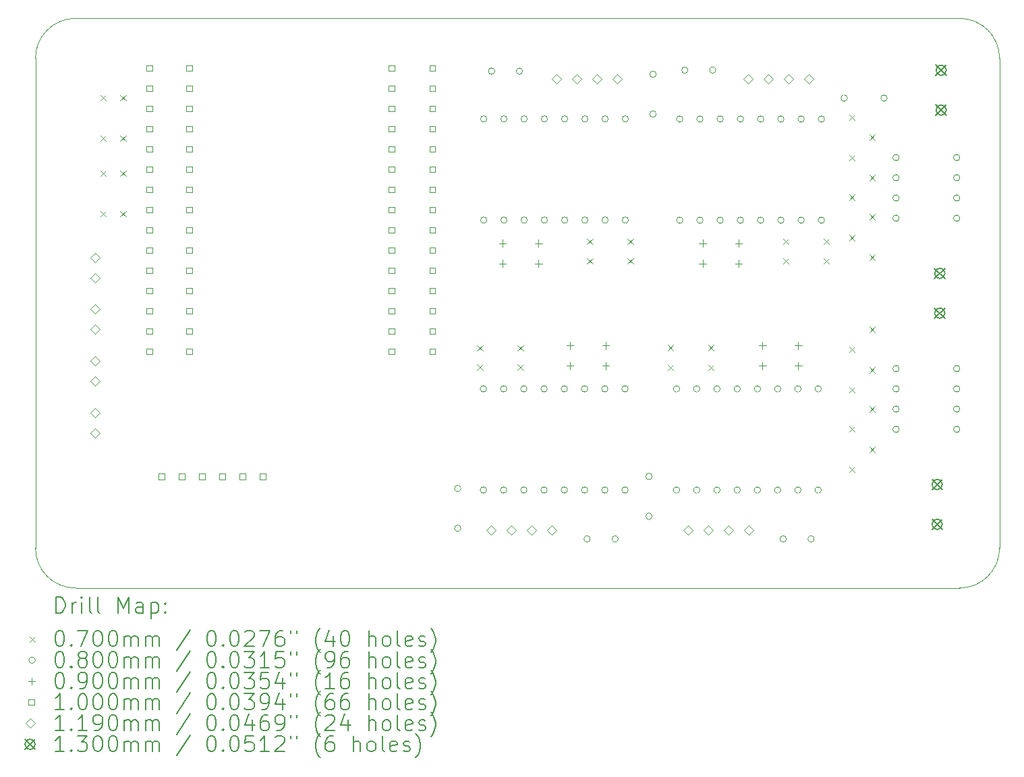
<source format=gbr>
%TF.GenerationSoftware,KiCad,Pcbnew,9.0.1*%
%TF.CreationDate,2025-04-10T10:55:45+02:00*%
%TF.ProjectId,mainboard_pcb,6d61696e-626f-4617-9264-5f7063622e6b,rev?*%
%TF.SameCoordinates,Original*%
%TF.FileFunction,Drillmap*%
%TF.FilePolarity,Positive*%
%FSLAX45Y45*%
G04 Gerber Fmt 4.5, Leading zero omitted, Abs format (unit mm)*
G04 Created by KiCad (PCBNEW 9.0.1) date 2025-04-10 10:55:45*
%MOMM*%
%LPD*%
G01*
G04 APERTURE LIST*
%ADD10C,0.050000*%
%ADD11C,0.200000*%
%ADD12C,0.100000*%
%ADD13C,0.119000*%
%ADD14C,0.130000*%
G04 APERTURE END LIST*
D10*
X21900000Y-11150000D02*
X10800000Y-11150000D01*
X10300000Y-4500000D02*
G75*
G02*
X10800000Y-4000000I500000J0D01*
G01*
X22400000Y-4500000D02*
X22400000Y-10650000D01*
X10800000Y-4000000D02*
X21900000Y-4000000D01*
X10300000Y-10650000D02*
X10300000Y-4500000D01*
X10800000Y-11150000D02*
G75*
G02*
X10300000Y-10650000I0J500000D01*
G01*
X22400000Y-10650000D02*
G75*
G02*
X21900000Y-11150000I-500000J0D01*
G01*
X21900000Y-4000000D02*
G75*
G02*
X22400000Y-4500000I0J-500000D01*
G01*
D11*
D12*
X11115000Y-4961000D02*
X11185000Y-5031000D01*
X11185000Y-4961000D02*
X11115000Y-5031000D01*
X11115000Y-5469000D02*
X11185000Y-5539000D01*
X11185000Y-5469000D02*
X11115000Y-5539000D01*
X11115000Y-5911000D02*
X11185000Y-5981000D01*
X11185000Y-5911000D02*
X11115000Y-5981000D01*
X11115000Y-6419000D02*
X11185000Y-6489000D01*
X11185000Y-6419000D02*
X11115000Y-6489000D01*
X11365000Y-4961000D02*
X11435000Y-5031000D01*
X11435000Y-4961000D02*
X11365000Y-5031000D01*
X11365000Y-5469000D02*
X11435000Y-5539000D01*
X11435000Y-5469000D02*
X11365000Y-5539000D01*
X11365000Y-5911000D02*
X11435000Y-5981000D01*
X11435000Y-5911000D02*
X11365000Y-5981000D01*
X11365000Y-6419000D02*
X11435000Y-6489000D01*
X11435000Y-6419000D02*
X11365000Y-6489000D01*
X15843516Y-8100425D02*
X15913516Y-8170425D01*
X15913516Y-8100425D02*
X15843516Y-8170425D01*
X15843866Y-8344362D02*
X15913866Y-8414362D01*
X15913866Y-8344362D02*
X15843866Y-8414362D01*
X16351516Y-8100425D02*
X16421516Y-8170425D01*
X16421516Y-8100425D02*
X16351516Y-8170425D01*
X16351866Y-8344362D02*
X16421866Y-8414362D01*
X16421866Y-8344362D02*
X16351866Y-8414362D01*
X17225000Y-6763500D02*
X17295000Y-6833500D01*
X17295000Y-6763500D02*
X17225000Y-6833500D01*
X17225000Y-7013500D02*
X17295000Y-7083500D01*
X17295000Y-7013500D02*
X17225000Y-7083500D01*
X17733000Y-6763500D02*
X17803000Y-6833500D01*
X17803000Y-6763500D02*
X17733000Y-6833500D01*
X17733000Y-7013500D02*
X17803000Y-7083500D01*
X17803000Y-7013500D02*
X17733000Y-7083500D01*
X18235000Y-8099000D02*
X18305000Y-8169000D01*
X18305000Y-8099000D02*
X18235000Y-8169000D01*
X18235000Y-8349000D02*
X18305000Y-8419000D01*
X18305000Y-8349000D02*
X18235000Y-8419000D01*
X18743000Y-8099000D02*
X18813000Y-8169000D01*
X18813000Y-8099000D02*
X18743000Y-8169000D01*
X18743000Y-8349000D02*
X18813000Y-8419000D01*
X18813000Y-8349000D02*
X18743000Y-8419000D01*
X19686000Y-6763500D02*
X19756000Y-6833500D01*
X19756000Y-6763500D02*
X19686000Y-6833500D01*
X19686000Y-7013500D02*
X19756000Y-7083500D01*
X19756000Y-7013500D02*
X19686000Y-7083500D01*
X20194000Y-6763500D02*
X20264000Y-6833500D01*
X20264000Y-6763500D02*
X20194000Y-6833500D01*
X20194000Y-7013500D02*
X20264000Y-7083500D01*
X20264000Y-7013500D02*
X20194000Y-7083500D01*
X20515000Y-5207000D02*
X20585000Y-5277000D01*
X20585000Y-5207000D02*
X20515000Y-5277000D01*
X20515000Y-5715000D02*
X20585000Y-5785000D01*
X20585000Y-5715000D02*
X20515000Y-5785000D01*
X20515000Y-6211000D02*
X20585000Y-6281000D01*
X20585000Y-6211000D02*
X20515000Y-6281000D01*
X20515000Y-6719000D02*
X20585000Y-6789000D01*
X20585000Y-6719000D02*
X20515000Y-6789000D01*
X20515000Y-8119000D02*
X20585000Y-8189000D01*
X20585000Y-8119000D02*
X20515000Y-8189000D01*
X20515000Y-8627000D02*
X20585000Y-8697000D01*
X20585000Y-8627000D02*
X20515000Y-8697000D01*
X20515000Y-9119000D02*
X20585000Y-9189000D01*
X20585000Y-9119000D02*
X20515000Y-9189000D01*
X20515000Y-9627000D02*
X20585000Y-9697000D01*
X20585000Y-9627000D02*
X20515000Y-9697000D01*
X20765000Y-5457000D02*
X20835000Y-5527000D01*
X20835000Y-5457000D02*
X20765000Y-5527000D01*
X20765000Y-5965000D02*
X20835000Y-6035000D01*
X20835000Y-5965000D02*
X20765000Y-6035000D01*
X20765000Y-6457000D02*
X20835000Y-6527000D01*
X20835000Y-6457000D02*
X20765000Y-6527000D01*
X20765000Y-6965000D02*
X20835000Y-7035000D01*
X20835000Y-6965000D02*
X20765000Y-7035000D01*
X20765000Y-7869000D02*
X20835000Y-7939000D01*
X20835000Y-7869000D02*
X20765000Y-7939000D01*
X20765000Y-8377000D02*
X20835000Y-8447000D01*
X20835000Y-8377000D02*
X20765000Y-8447000D01*
X20765000Y-8869000D02*
X20835000Y-8939000D01*
X20835000Y-8869000D02*
X20765000Y-8939000D01*
X20765000Y-9377000D02*
X20835000Y-9447000D01*
X20835000Y-9377000D02*
X20765000Y-9447000D01*
X15640000Y-9900000D02*
G75*
G02*
X15560000Y-9900000I-40000J0D01*
G01*
X15560000Y-9900000D02*
G75*
G02*
X15640000Y-9900000I40000J0D01*
G01*
X15640000Y-10400000D02*
G75*
G02*
X15560000Y-10400000I-40000J0D01*
G01*
X15560000Y-10400000D02*
G75*
G02*
X15640000Y-10400000I40000J0D01*
G01*
X15962000Y-8650000D02*
G75*
G02*
X15882000Y-8650000I-40000J0D01*
G01*
X15882000Y-8650000D02*
G75*
G02*
X15962000Y-8650000I40000J0D01*
G01*
X15962000Y-9920000D02*
G75*
G02*
X15882000Y-9920000I-40000J0D01*
G01*
X15882000Y-9920000D02*
G75*
G02*
X15962000Y-9920000I40000J0D01*
G01*
X15965000Y-5262500D02*
G75*
G02*
X15885000Y-5262500I-40000J0D01*
G01*
X15885000Y-5262500D02*
G75*
G02*
X15965000Y-5262500I40000J0D01*
G01*
X15965000Y-6532500D02*
G75*
G02*
X15885000Y-6532500I-40000J0D01*
G01*
X15885000Y-6532500D02*
G75*
G02*
X15965000Y-6532500I40000J0D01*
G01*
X16065000Y-4662500D02*
G75*
G02*
X15985000Y-4662500I-40000J0D01*
G01*
X15985000Y-4662500D02*
G75*
G02*
X16065000Y-4662500I40000J0D01*
G01*
X16216000Y-8650000D02*
G75*
G02*
X16136000Y-8650000I-40000J0D01*
G01*
X16136000Y-8650000D02*
G75*
G02*
X16216000Y-8650000I40000J0D01*
G01*
X16216000Y-9920000D02*
G75*
G02*
X16136000Y-9920000I-40000J0D01*
G01*
X16136000Y-9920000D02*
G75*
G02*
X16216000Y-9920000I40000J0D01*
G01*
X16219000Y-5262500D02*
G75*
G02*
X16139000Y-5262500I-40000J0D01*
G01*
X16139000Y-5262500D02*
G75*
G02*
X16219000Y-5262500I40000J0D01*
G01*
X16219000Y-6532500D02*
G75*
G02*
X16139000Y-6532500I-40000J0D01*
G01*
X16139000Y-6532500D02*
G75*
G02*
X16219000Y-6532500I40000J0D01*
G01*
X16415000Y-4662500D02*
G75*
G02*
X16335000Y-4662500I-40000J0D01*
G01*
X16335000Y-4662500D02*
G75*
G02*
X16415000Y-4662500I40000J0D01*
G01*
X16470000Y-8650000D02*
G75*
G02*
X16390000Y-8650000I-40000J0D01*
G01*
X16390000Y-8650000D02*
G75*
G02*
X16470000Y-8650000I40000J0D01*
G01*
X16470000Y-9920000D02*
G75*
G02*
X16390000Y-9920000I-40000J0D01*
G01*
X16390000Y-9920000D02*
G75*
G02*
X16470000Y-9920000I40000J0D01*
G01*
X16473000Y-5262500D02*
G75*
G02*
X16393000Y-5262500I-40000J0D01*
G01*
X16393000Y-5262500D02*
G75*
G02*
X16473000Y-5262500I40000J0D01*
G01*
X16473000Y-6532500D02*
G75*
G02*
X16393000Y-6532500I-40000J0D01*
G01*
X16393000Y-6532500D02*
G75*
G02*
X16473000Y-6532500I40000J0D01*
G01*
X16724000Y-8650000D02*
G75*
G02*
X16644000Y-8650000I-40000J0D01*
G01*
X16644000Y-8650000D02*
G75*
G02*
X16724000Y-8650000I40000J0D01*
G01*
X16724000Y-9920000D02*
G75*
G02*
X16644000Y-9920000I-40000J0D01*
G01*
X16644000Y-9920000D02*
G75*
G02*
X16724000Y-9920000I40000J0D01*
G01*
X16727000Y-5262500D02*
G75*
G02*
X16647000Y-5262500I-40000J0D01*
G01*
X16647000Y-5262500D02*
G75*
G02*
X16727000Y-5262500I40000J0D01*
G01*
X16727000Y-6532500D02*
G75*
G02*
X16647000Y-6532500I-40000J0D01*
G01*
X16647000Y-6532500D02*
G75*
G02*
X16727000Y-6532500I40000J0D01*
G01*
X16978000Y-8650000D02*
G75*
G02*
X16898000Y-8650000I-40000J0D01*
G01*
X16898000Y-8650000D02*
G75*
G02*
X16978000Y-8650000I40000J0D01*
G01*
X16978000Y-9920000D02*
G75*
G02*
X16898000Y-9920000I-40000J0D01*
G01*
X16898000Y-9920000D02*
G75*
G02*
X16978000Y-9920000I40000J0D01*
G01*
X16981000Y-5262500D02*
G75*
G02*
X16901000Y-5262500I-40000J0D01*
G01*
X16901000Y-5262500D02*
G75*
G02*
X16981000Y-5262500I40000J0D01*
G01*
X16981000Y-6532500D02*
G75*
G02*
X16901000Y-6532500I-40000J0D01*
G01*
X16901000Y-6532500D02*
G75*
G02*
X16981000Y-6532500I40000J0D01*
G01*
X17232000Y-8650000D02*
G75*
G02*
X17152000Y-8650000I-40000J0D01*
G01*
X17152000Y-8650000D02*
G75*
G02*
X17232000Y-8650000I40000J0D01*
G01*
X17232000Y-9920000D02*
G75*
G02*
X17152000Y-9920000I-40000J0D01*
G01*
X17152000Y-9920000D02*
G75*
G02*
X17232000Y-9920000I40000J0D01*
G01*
X17235000Y-5262500D02*
G75*
G02*
X17155000Y-5262500I-40000J0D01*
G01*
X17155000Y-5262500D02*
G75*
G02*
X17235000Y-5262500I40000J0D01*
G01*
X17235000Y-6532500D02*
G75*
G02*
X17155000Y-6532500I-40000J0D01*
G01*
X17155000Y-6532500D02*
G75*
G02*
X17235000Y-6532500I40000J0D01*
G01*
X17264000Y-10534000D02*
G75*
G02*
X17184000Y-10534000I-40000J0D01*
G01*
X17184000Y-10534000D02*
G75*
G02*
X17264000Y-10534000I40000J0D01*
G01*
X17486000Y-8650000D02*
G75*
G02*
X17406000Y-8650000I-40000J0D01*
G01*
X17406000Y-8650000D02*
G75*
G02*
X17486000Y-8650000I40000J0D01*
G01*
X17486000Y-9920000D02*
G75*
G02*
X17406000Y-9920000I-40000J0D01*
G01*
X17406000Y-9920000D02*
G75*
G02*
X17486000Y-9920000I40000J0D01*
G01*
X17489000Y-5262500D02*
G75*
G02*
X17409000Y-5262500I-40000J0D01*
G01*
X17409000Y-5262500D02*
G75*
G02*
X17489000Y-5262500I40000J0D01*
G01*
X17489000Y-6532500D02*
G75*
G02*
X17409000Y-6532500I-40000J0D01*
G01*
X17409000Y-6532500D02*
G75*
G02*
X17489000Y-6532500I40000J0D01*
G01*
X17614000Y-10534000D02*
G75*
G02*
X17534000Y-10534000I-40000J0D01*
G01*
X17534000Y-10534000D02*
G75*
G02*
X17614000Y-10534000I40000J0D01*
G01*
X17740000Y-8650000D02*
G75*
G02*
X17660000Y-8650000I-40000J0D01*
G01*
X17660000Y-8650000D02*
G75*
G02*
X17740000Y-8650000I40000J0D01*
G01*
X17740000Y-9920000D02*
G75*
G02*
X17660000Y-9920000I-40000J0D01*
G01*
X17660000Y-9920000D02*
G75*
G02*
X17740000Y-9920000I40000J0D01*
G01*
X17743000Y-5262500D02*
G75*
G02*
X17663000Y-5262500I-40000J0D01*
G01*
X17663000Y-5262500D02*
G75*
G02*
X17743000Y-5262500I40000J0D01*
G01*
X17743000Y-6532500D02*
G75*
G02*
X17663000Y-6532500I-40000J0D01*
G01*
X17663000Y-6532500D02*
G75*
G02*
X17743000Y-6532500I40000J0D01*
G01*
X18040000Y-9750000D02*
G75*
G02*
X17960000Y-9750000I-40000J0D01*
G01*
X17960000Y-9750000D02*
G75*
G02*
X18040000Y-9750000I40000J0D01*
G01*
X18040000Y-10250000D02*
G75*
G02*
X17960000Y-10250000I-40000J0D01*
G01*
X17960000Y-10250000D02*
G75*
G02*
X18040000Y-10250000I40000J0D01*
G01*
X18090000Y-4700000D02*
G75*
G02*
X18010000Y-4700000I-40000J0D01*
G01*
X18010000Y-4700000D02*
G75*
G02*
X18090000Y-4700000I40000J0D01*
G01*
X18090000Y-5200000D02*
G75*
G02*
X18010000Y-5200000I-40000J0D01*
G01*
X18010000Y-5200000D02*
G75*
G02*
X18090000Y-5200000I40000J0D01*
G01*
X18386000Y-8650000D02*
G75*
G02*
X18306000Y-8650000I-40000J0D01*
G01*
X18306000Y-8650000D02*
G75*
G02*
X18386000Y-8650000I40000J0D01*
G01*
X18386000Y-9920000D02*
G75*
G02*
X18306000Y-9920000I-40000J0D01*
G01*
X18306000Y-9920000D02*
G75*
G02*
X18386000Y-9920000I40000J0D01*
G01*
X18426000Y-5262500D02*
G75*
G02*
X18346000Y-5262500I-40000J0D01*
G01*
X18346000Y-5262500D02*
G75*
G02*
X18426000Y-5262500I40000J0D01*
G01*
X18426000Y-6532500D02*
G75*
G02*
X18346000Y-6532500I-40000J0D01*
G01*
X18346000Y-6532500D02*
G75*
G02*
X18426000Y-6532500I40000J0D01*
G01*
X18490000Y-4648500D02*
G75*
G02*
X18410000Y-4648500I-40000J0D01*
G01*
X18410000Y-4648500D02*
G75*
G02*
X18490000Y-4648500I40000J0D01*
G01*
X18640000Y-8650000D02*
G75*
G02*
X18560000Y-8650000I-40000J0D01*
G01*
X18560000Y-8650000D02*
G75*
G02*
X18640000Y-8650000I40000J0D01*
G01*
X18640000Y-9920000D02*
G75*
G02*
X18560000Y-9920000I-40000J0D01*
G01*
X18560000Y-9920000D02*
G75*
G02*
X18640000Y-9920000I40000J0D01*
G01*
X18680000Y-5262500D02*
G75*
G02*
X18600000Y-5262500I-40000J0D01*
G01*
X18600000Y-5262500D02*
G75*
G02*
X18680000Y-5262500I40000J0D01*
G01*
X18680000Y-6532500D02*
G75*
G02*
X18600000Y-6532500I-40000J0D01*
G01*
X18600000Y-6532500D02*
G75*
G02*
X18680000Y-6532500I40000J0D01*
G01*
X18840000Y-4648500D02*
G75*
G02*
X18760000Y-4648500I-40000J0D01*
G01*
X18760000Y-4648500D02*
G75*
G02*
X18840000Y-4648500I40000J0D01*
G01*
X18894000Y-8650000D02*
G75*
G02*
X18814000Y-8650000I-40000J0D01*
G01*
X18814000Y-8650000D02*
G75*
G02*
X18894000Y-8650000I40000J0D01*
G01*
X18894000Y-9920000D02*
G75*
G02*
X18814000Y-9920000I-40000J0D01*
G01*
X18814000Y-9920000D02*
G75*
G02*
X18894000Y-9920000I40000J0D01*
G01*
X18934000Y-5262500D02*
G75*
G02*
X18854000Y-5262500I-40000J0D01*
G01*
X18854000Y-5262500D02*
G75*
G02*
X18934000Y-5262500I40000J0D01*
G01*
X18934000Y-6532500D02*
G75*
G02*
X18854000Y-6532500I-40000J0D01*
G01*
X18854000Y-6532500D02*
G75*
G02*
X18934000Y-6532500I40000J0D01*
G01*
X19148000Y-8650000D02*
G75*
G02*
X19068000Y-8650000I-40000J0D01*
G01*
X19068000Y-8650000D02*
G75*
G02*
X19148000Y-8650000I40000J0D01*
G01*
X19148000Y-9920000D02*
G75*
G02*
X19068000Y-9920000I-40000J0D01*
G01*
X19068000Y-9920000D02*
G75*
G02*
X19148000Y-9920000I40000J0D01*
G01*
X19188000Y-5262500D02*
G75*
G02*
X19108000Y-5262500I-40000J0D01*
G01*
X19108000Y-5262500D02*
G75*
G02*
X19188000Y-5262500I40000J0D01*
G01*
X19188000Y-6532500D02*
G75*
G02*
X19108000Y-6532500I-40000J0D01*
G01*
X19108000Y-6532500D02*
G75*
G02*
X19188000Y-6532500I40000J0D01*
G01*
X19402000Y-8650000D02*
G75*
G02*
X19322000Y-8650000I-40000J0D01*
G01*
X19322000Y-8650000D02*
G75*
G02*
X19402000Y-8650000I40000J0D01*
G01*
X19402000Y-9920000D02*
G75*
G02*
X19322000Y-9920000I-40000J0D01*
G01*
X19322000Y-9920000D02*
G75*
G02*
X19402000Y-9920000I40000J0D01*
G01*
X19442000Y-5262500D02*
G75*
G02*
X19362000Y-5262500I-40000J0D01*
G01*
X19362000Y-5262500D02*
G75*
G02*
X19442000Y-5262500I40000J0D01*
G01*
X19442000Y-6532500D02*
G75*
G02*
X19362000Y-6532500I-40000J0D01*
G01*
X19362000Y-6532500D02*
G75*
G02*
X19442000Y-6532500I40000J0D01*
G01*
X19656000Y-8650000D02*
G75*
G02*
X19576000Y-8650000I-40000J0D01*
G01*
X19576000Y-8650000D02*
G75*
G02*
X19656000Y-8650000I40000J0D01*
G01*
X19656000Y-9920000D02*
G75*
G02*
X19576000Y-9920000I-40000J0D01*
G01*
X19576000Y-9920000D02*
G75*
G02*
X19656000Y-9920000I40000J0D01*
G01*
X19696000Y-5262500D02*
G75*
G02*
X19616000Y-5262500I-40000J0D01*
G01*
X19616000Y-5262500D02*
G75*
G02*
X19696000Y-5262500I40000J0D01*
G01*
X19696000Y-6532500D02*
G75*
G02*
X19616000Y-6532500I-40000J0D01*
G01*
X19616000Y-6532500D02*
G75*
G02*
X19696000Y-6532500I40000J0D01*
G01*
X19725000Y-10534000D02*
G75*
G02*
X19645000Y-10534000I-40000J0D01*
G01*
X19645000Y-10534000D02*
G75*
G02*
X19725000Y-10534000I40000J0D01*
G01*
X19910000Y-8650000D02*
G75*
G02*
X19830000Y-8650000I-40000J0D01*
G01*
X19830000Y-8650000D02*
G75*
G02*
X19910000Y-8650000I40000J0D01*
G01*
X19910000Y-9920000D02*
G75*
G02*
X19830000Y-9920000I-40000J0D01*
G01*
X19830000Y-9920000D02*
G75*
G02*
X19910000Y-9920000I40000J0D01*
G01*
X19950000Y-5262500D02*
G75*
G02*
X19870000Y-5262500I-40000J0D01*
G01*
X19870000Y-5262500D02*
G75*
G02*
X19950000Y-5262500I40000J0D01*
G01*
X19950000Y-6532500D02*
G75*
G02*
X19870000Y-6532500I-40000J0D01*
G01*
X19870000Y-6532500D02*
G75*
G02*
X19950000Y-6532500I40000J0D01*
G01*
X20075000Y-10534000D02*
G75*
G02*
X19995000Y-10534000I-40000J0D01*
G01*
X19995000Y-10534000D02*
G75*
G02*
X20075000Y-10534000I40000J0D01*
G01*
X20164000Y-8650000D02*
G75*
G02*
X20084000Y-8650000I-40000J0D01*
G01*
X20084000Y-8650000D02*
G75*
G02*
X20164000Y-8650000I40000J0D01*
G01*
X20164000Y-9920000D02*
G75*
G02*
X20084000Y-9920000I-40000J0D01*
G01*
X20084000Y-9920000D02*
G75*
G02*
X20164000Y-9920000I40000J0D01*
G01*
X20204000Y-5262500D02*
G75*
G02*
X20124000Y-5262500I-40000J0D01*
G01*
X20124000Y-5262500D02*
G75*
G02*
X20204000Y-5262500I40000J0D01*
G01*
X20204000Y-6532500D02*
G75*
G02*
X20124000Y-6532500I-40000J0D01*
G01*
X20124000Y-6532500D02*
G75*
G02*
X20204000Y-6532500I40000J0D01*
G01*
X20490000Y-5000000D02*
G75*
G02*
X20410000Y-5000000I-40000J0D01*
G01*
X20410000Y-5000000D02*
G75*
G02*
X20490000Y-5000000I40000J0D01*
G01*
X20990000Y-5000000D02*
G75*
G02*
X20910000Y-5000000I-40000J0D01*
G01*
X20910000Y-5000000D02*
G75*
G02*
X20990000Y-5000000I40000J0D01*
G01*
X21140000Y-5746000D02*
G75*
G02*
X21060000Y-5746000I-40000J0D01*
G01*
X21060000Y-5746000D02*
G75*
G02*
X21140000Y-5746000I40000J0D01*
G01*
X21140000Y-6000000D02*
G75*
G02*
X21060000Y-6000000I-40000J0D01*
G01*
X21060000Y-6000000D02*
G75*
G02*
X21140000Y-6000000I40000J0D01*
G01*
X21140000Y-6254000D02*
G75*
G02*
X21060000Y-6254000I-40000J0D01*
G01*
X21060000Y-6254000D02*
G75*
G02*
X21140000Y-6254000I40000J0D01*
G01*
X21140000Y-6508000D02*
G75*
G02*
X21060000Y-6508000I-40000J0D01*
G01*
X21060000Y-6508000D02*
G75*
G02*
X21140000Y-6508000I40000J0D01*
G01*
X21140000Y-8396000D02*
G75*
G02*
X21060000Y-8396000I-40000J0D01*
G01*
X21060000Y-8396000D02*
G75*
G02*
X21140000Y-8396000I40000J0D01*
G01*
X21140000Y-8650000D02*
G75*
G02*
X21060000Y-8650000I-40000J0D01*
G01*
X21060000Y-8650000D02*
G75*
G02*
X21140000Y-8650000I40000J0D01*
G01*
X21140000Y-8904000D02*
G75*
G02*
X21060000Y-8904000I-40000J0D01*
G01*
X21060000Y-8904000D02*
G75*
G02*
X21140000Y-8904000I40000J0D01*
G01*
X21140000Y-9158000D02*
G75*
G02*
X21060000Y-9158000I-40000J0D01*
G01*
X21060000Y-9158000D02*
G75*
G02*
X21140000Y-9158000I40000J0D01*
G01*
X21902000Y-5746000D02*
G75*
G02*
X21822000Y-5746000I-40000J0D01*
G01*
X21822000Y-5746000D02*
G75*
G02*
X21902000Y-5746000I40000J0D01*
G01*
X21902000Y-6000000D02*
G75*
G02*
X21822000Y-6000000I-40000J0D01*
G01*
X21822000Y-6000000D02*
G75*
G02*
X21902000Y-6000000I40000J0D01*
G01*
X21902000Y-6254000D02*
G75*
G02*
X21822000Y-6254000I-40000J0D01*
G01*
X21822000Y-6254000D02*
G75*
G02*
X21902000Y-6254000I40000J0D01*
G01*
X21902000Y-6508000D02*
G75*
G02*
X21822000Y-6508000I-40000J0D01*
G01*
X21822000Y-6508000D02*
G75*
G02*
X21902000Y-6508000I40000J0D01*
G01*
X21902000Y-8396000D02*
G75*
G02*
X21822000Y-8396000I-40000J0D01*
G01*
X21822000Y-8396000D02*
G75*
G02*
X21902000Y-8396000I40000J0D01*
G01*
X21902000Y-8650000D02*
G75*
G02*
X21822000Y-8650000I-40000J0D01*
G01*
X21822000Y-8650000D02*
G75*
G02*
X21902000Y-8650000I40000J0D01*
G01*
X21902000Y-8904000D02*
G75*
G02*
X21822000Y-8904000I-40000J0D01*
G01*
X21822000Y-8904000D02*
G75*
G02*
X21902000Y-8904000I40000J0D01*
G01*
X21902000Y-9158000D02*
G75*
G02*
X21822000Y-9158000I-40000J0D01*
G01*
X21822000Y-9158000D02*
G75*
G02*
X21902000Y-9158000I40000J0D01*
G01*
X16164000Y-6776500D02*
X16164000Y-6866500D01*
X16119000Y-6821500D02*
X16209000Y-6821500D01*
X16164000Y-7030500D02*
X16164000Y-7120500D01*
X16119000Y-7075500D02*
X16209000Y-7075500D01*
X16614000Y-6776500D02*
X16614000Y-6866500D01*
X16569000Y-6821500D02*
X16659000Y-6821500D01*
X16614000Y-7030500D02*
X16614000Y-7120500D01*
X16569000Y-7075500D02*
X16659000Y-7075500D01*
X17009000Y-8062000D02*
X17009000Y-8152000D01*
X16964000Y-8107000D02*
X17054000Y-8107000D01*
X17009000Y-8316000D02*
X17009000Y-8406000D01*
X16964000Y-8361000D02*
X17054000Y-8361000D01*
X17459000Y-8062000D02*
X17459000Y-8152000D01*
X17414000Y-8107000D02*
X17504000Y-8107000D01*
X17459000Y-8316000D02*
X17459000Y-8406000D01*
X17414000Y-8361000D02*
X17504000Y-8361000D01*
X18675000Y-6776500D02*
X18675000Y-6866500D01*
X18630000Y-6821500D02*
X18720000Y-6821500D01*
X18675000Y-7030500D02*
X18675000Y-7120500D01*
X18630000Y-7075500D02*
X18720000Y-7075500D01*
X19125000Y-6776500D02*
X19125000Y-6866500D01*
X19080000Y-6821500D02*
X19170000Y-6821500D01*
X19125000Y-7030500D02*
X19125000Y-7120500D01*
X19080000Y-7075500D02*
X19170000Y-7075500D01*
X19424000Y-8062000D02*
X19424000Y-8152000D01*
X19379000Y-8107000D02*
X19469000Y-8107000D01*
X19424000Y-8316000D02*
X19424000Y-8406000D01*
X19379000Y-8361000D02*
X19469000Y-8361000D01*
X19874000Y-8062000D02*
X19874000Y-8152000D01*
X19829000Y-8107000D02*
X19919000Y-8107000D01*
X19874000Y-8316000D02*
X19874000Y-8406000D01*
X19829000Y-8361000D02*
X19919000Y-8361000D01*
X11765356Y-4657356D02*
X11765356Y-4586644D01*
X11694644Y-4586644D01*
X11694644Y-4657356D01*
X11765356Y-4657356D01*
X11765356Y-4911356D02*
X11765356Y-4840644D01*
X11694644Y-4840644D01*
X11694644Y-4911356D01*
X11765356Y-4911356D01*
X11765356Y-5165356D02*
X11765356Y-5094644D01*
X11694644Y-5094644D01*
X11694644Y-5165356D01*
X11765356Y-5165356D01*
X11765356Y-5419356D02*
X11765356Y-5348644D01*
X11694644Y-5348644D01*
X11694644Y-5419356D01*
X11765356Y-5419356D01*
X11765356Y-5673356D02*
X11765356Y-5602644D01*
X11694644Y-5602644D01*
X11694644Y-5673356D01*
X11765356Y-5673356D01*
X11765356Y-5927356D02*
X11765356Y-5856644D01*
X11694644Y-5856644D01*
X11694644Y-5927356D01*
X11765356Y-5927356D01*
X11765356Y-6181356D02*
X11765356Y-6110644D01*
X11694644Y-6110644D01*
X11694644Y-6181356D01*
X11765356Y-6181356D01*
X11765356Y-6435356D02*
X11765356Y-6364644D01*
X11694644Y-6364644D01*
X11694644Y-6435356D01*
X11765356Y-6435356D01*
X11765356Y-6689356D02*
X11765356Y-6618644D01*
X11694644Y-6618644D01*
X11694644Y-6689356D01*
X11765356Y-6689356D01*
X11765356Y-6943356D02*
X11765356Y-6872644D01*
X11694644Y-6872644D01*
X11694644Y-6943356D01*
X11765356Y-6943356D01*
X11765356Y-7197356D02*
X11765356Y-7126644D01*
X11694644Y-7126644D01*
X11694644Y-7197356D01*
X11765356Y-7197356D01*
X11765356Y-7451356D02*
X11765356Y-7380644D01*
X11694644Y-7380644D01*
X11694644Y-7451356D01*
X11765356Y-7451356D01*
X11765356Y-7705356D02*
X11765356Y-7634644D01*
X11694644Y-7634644D01*
X11694644Y-7705356D01*
X11765356Y-7705356D01*
X11765356Y-7959356D02*
X11765356Y-7888644D01*
X11694644Y-7888644D01*
X11694644Y-7959356D01*
X11765356Y-7959356D01*
X11765356Y-8213356D02*
X11765356Y-8142644D01*
X11694644Y-8142644D01*
X11694644Y-8213356D01*
X11765356Y-8213356D01*
X11919356Y-9785356D02*
X11919356Y-9714644D01*
X11848644Y-9714644D01*
X11848644Y-9785356D01*
X11919356Y-9785356D01*
X12173356Y-9785356D02*
X12173356Y-9714644D01*
X12102644Y-9714644D01*
X12102644Y-9785356D01*
X12173356Y-9785356D01*
X12265356Y-4657356D02*
X12265356Y-4586644D01*
X12194644Y-4586644D01*
X12194644Y-4657356D01*
X12265356Y-4657356D01*
X12265356Y-4911356D02*
X12265356Y-4840644D01*
X12194644Y-4840644D01*
X12194644Y-4911356D01*
X12265356Y-4911356D01*
X12265356Y-5165356D02*
X12265356Y-5094644D01*
X12194644Y-5094644D01*
X12194644Y-5165356D01*
X12265356Y-5165356D01*
X12265356Y-5419356D02*
X12265356Y-5348644D01*
X12194644Y-5348644D01*
X12194644Y-5419356D01*
X12265356Y-5419356D01*
X12265356Y-5673356D02*
X12265356Y-5602644D01*
X12194644Y-5602644D01*
X12194644Y-5673356D01*
X12265356Y-5673356D01*
X12265356Y-5927356D02*
X12265356Y-5856644D01*
X12194644Y-5856644D01*
X12194644Y-5927356D01*
X12265356Y-5927356D01*
X12265356Y-6181356D02*
X12265356Y-6110644D01*
X12194644Y-6110644D01*
X12194644Y-6181356D01*
X12265356Y-6181356D01*
X12265356Y-6435356D02*
X12265356Y-6364644D01*
X12194644Y-6364644D01*
X12194644Y-6435356D01*
X12265356Y-6435356D01*
X12265356Y-6689356D02*
X12265356Y-6618644D01*
X12194644Y-6618644D01*
X12194644Y-6689356D01*
X12265356Y-6689356D01*
X12265356Y-6943356D02*
X12265356Y-6872644D01*
X12194644Y-6872644D01*
X12194644Y-6943356D01*
X12265356Y-6943356D01*
X12265356Y-7197356D02*
X12265356Y-7126644D01*
X12194644Y-7126644D01*
X12194644Y-7197356D01*
X12265356Y-7197356D01*
X12265356Y-7451356D02*
X12265356Y-7380644D01*
X12194644Y-7380644D01*
X12194644Y-7451356D01*
X12265356Y-7451356D01*
X12265356Y-7705356D02*
X12265356Y-7634644D01*
X12194644Y-7634644D01*
X12194644Y-7705356D01*
X12265356Y-7705356D01*
X12265356Y-7959356D02*
X12265356Y-7888644D01*
X12194644Y-7888644D01*
X12194644Y-7959356D01*
X12265356Y-7959356D01*
X12265356Y-8213356D02*
X12265356Y-8142644D01*
X12194644Y-8142644D01*
X12194644Y-8213356D01*
X12265356Y-8213356D01*
X12427356Y-9785356D02*
X12427356Y-9714644D01*
X12356644Y-9714644D01*
X12356644Y-9785356D01*
X12427356Y-9785356D01*
X12681356Y-9785356D02*
X12681356Y-9714644D01*
X12610644Y-9714644D01*
X12610644Y-9785356D01*
X12681356Y-9785356D01*
X12935356Y-9785356D02*
X12935356Y-9714644D01*
X12864644Y-9714644D01*
X12864644Y-9785356D01*
X12935356Y-9785356D01*
X13189356Y-9785356D02*
X13189356Y-9714644D01*
X13118644Y-9714644D01*
X13118644Y-9785356D01*
X13189356Y-9785356D01*
X14805356Y-4657356D02*
X14805356Y-4586644D01*
X14734644Y-4586644D01*
X14734644Y-4657356D01*
X14805356Y-4657356D01*
X14805356Y-4911356D02*
X14805356Y-4840644D01*
X14734644Y-4840644D01*
X14734644Y-4911356D01*
X14805356Y-4911356D01*
X14805356Y-5165356D02*
X14805356Y-5094644D01*
X14734644Y-5094644D01*
X14734644Y-5165356D01*
X14805356Y-5165356D01*
X14805356Y-5419356D02*
X14805356Y-5348644D01*
X14734644Y-5348644D01*
X14734644Y-5419356D01*
X14805356Y-5419356D01*
X14805356Y-5673356D02*
X14805356Y-5602644D01*
X14734644Y-5602644D01*
X14734644Y-5673356D01*
X14805356Y-5673356D01*
X14805356Y-5927356D02*
X14805356Y-5856644D01*
X14734644Y-5856644D01*
X14734644Y-5927356D01*
X14805356Y-5927356D01*
X14805356Y-6181356D02*
X14805356Y-6110644D01*
X14734644Y-6110644D01*
X14734644Y-6181356D01*
X14805356Y-6181356D01*
X14805356Y-6435356D02*
X14805356Y-6364644D01*
X14734644Y-6364644D01*
X14734644Y-6435356D01*
X14805356Y-6435356D01*
X14805356Y-6689356D02*
X14805356Y-6618644D01*
X14734644Y-6618644D01*
X14734644Y-6689356D01*
X14805356Y-6689356D01*
X14805356Y-6943356D02*
X14805356Y-6872644D01*
X14734644Y-6872644D01*
X14734644Y-6943356D01*
X14805356Y-6943356D01*
X14805356Y-7197356D02*
X14805356Y-7126644D01*
X14734644Y-7126644D01*
X14734644Y-7197356D01*
X14805356Y-7197356D01*
X14805356Y-7451356D02*
X14805356Y-7380644D01*
X14734644Y-7380644D01*
X14734644Y-7451356D01*
X14805356Y-7451356D01*
X14805356Y-7705356D02*
X14805356Y-7634644D01*
X14734644Y-7634644D01*
X14734644Y-7705356D01*
X14805356Y-7705356D01*
X14805356Y-7959356D02*
X14805356Y-7888644D01*
X14734644Y-7888644D01*
X14734644Y-7959356D01*
X14805356Y-7959356D01*
X14805356Y-8213356D02*
X14805356Y-8142644D01*
X14734644Y-8142644D01*
X14734644Y-8213356D01*
X14805356Y-8213356D01*
X15315356Y-4657356D02*
X15315356Y-4586644D01*
X15244644Y-4586644D01*
X15244644Y-4657356D01*
X15315356Y-4657356D01*
X15315356Y-4911356D02*
X15315356Y-4840644D01*
X15244644Y-4840644D01*
X15244644Y-4911356D01*
X15315356Y-4911356D01*
X15315356Y-5165356D02*
X15315356Y-5094644D01*
X15244644Y-5094644D01*
X15244644Y-5165356D01*
X15315356Y-5165356D01*
X15315356Y-5419356D02*
X15315356Y-5348644D01*
X15244644Y-5348644D01*
X15244644Y-5419356D01*
X15315356Y-5419356D01*
X15315356Y-5673356D02*
X15315356Y-5602644D01*
X15244644Y-5602644D01*
X15244644Y-5673356D01*
X15315356Y-5673356D01*
X15315356Y-5927356D02*
X15315356Y-5856644D01*
X15244644Y-5856644D01*
X15244644Y-5927356D01*
X15315356Y-5927356D01*
X15315356Y-6181356D02*
X15315356Y-6110644D01*
X15244644Y-6110644D01*
X15244644Y-6181356D01*
X15315356Y-6181356D01*
X15315356Y-6435356D02*
X15315356Y-6364644D01*
X15244644Y-6364644D01*
X15244644Y-6435356D01*
X15315356Y-6435356D01*
X15315356Y-6689356D02*
X15315356Y-6618644D01*
X15244644Y-6618644D01*
X15244644Y-6689356D01*
X15315356Y-6689356D01*
X15315356Y-6943356D02*
X15315356Y-6872644D01*
X15244644Y-6872644D01*
X15244644Y-6943356D01*
X15315356Y-6943356D01*
X15315356Y-7197356D02*
X15315356Y-7126644D01*
X15244644Y-7126644D01*
X15244644Y-7197356D01*
X15315356Y-7197356D01*
X15315356Y-7451356D02*
X15315356Y-7380644D01*
X15244644Y-7380644D01*
X15244644Y-7451356D01*
X15315356Y-7451356D01*
X15315356Y-7705356D02*
X15315356Y-7634644D01*
X15244644Y-7634644D01*
X15244644Y-7705356D01*
X15315356Y-7705356D01*
X15315356Y-7959356D02*
X15315356Y-7888644D01*
X15244644Y-7888644D01*
X15244644Y-7959356D01*
X15315356Y-7959356D01*
X15315356Y-8213356D02*
X15315356Y-8142644D01*
X15244644Y-8142644D01*
X15244644Y-8213356D01*
X15315356Y-8213356D01*
D13*
X11050000Y-7059500D02*
X11109500Y-7000000D01*
X11050000Y-6940500D01*
X10990500Y-7000000D01*
X11050000Y-7059500D01*
X11050000Y-7313500D02*
X11109500Y-7254000D01*
X11050000Y-7194500D01*
X10990500Y-7254000D01*
X11050000Y-7313500D01*
X11050000Y-7709500D02*
X11109500Y-7650000D01*
X11050000Y-7590500D01*
X10990500Y-7650000D01*
X11050000Y-7709500D01*
X11050000Y-7963500D02*
X11109500Y-7904000D01*
X11050000Y-7844500D01*
X10990500Y-7904000D01*
X11050000Y-7963500D01*
X11050000Y-8359500D02*
X11109500Y-8300000D01*
X11050000Y-8240500D01*
X10990500Y-8300000D01*
X11050000Y-8359500D01*
X11050000Y-8613500D02*
X11109500Y-8554000D01*
X11050000Y-8494500D01*
X10990500Y-8554000D01*
X11050000Y-8613500D01*
X11050000Y-9009500D02*
X11109500Y-8950000D01*
X11050000Y-8890500D01*
X10990500Y-8950000D01*
X11050000Y-9009500D01*
X11050000Y-9263500D02*
X11109500Y-9204000D01*
X11050000Y-9144500D01*
X10990500Y-9204000D01*
X11050000Y-9263500D01*
X16019000Y-10482200D02*
X16078500Y-10422700D01*
X16019000Y-10363200D01*
X15959500Y-10422700D01*
X16019000Y-10482200D01*
X16273000Y-10482200D02*
X16332500Y-10422700D01*
X16273000Y-10363200D01*
X16213500Y-10422700D01*
X16273000Y-10482200D01*
X16527000Y-10482200D02*
X16586500Y-10422700D01*
X16527000Y-10363200D01*
X16467500Y-10422700D01*
X16527000Y-10482200D01*
X16781000Y-10482200D02*
X16840500Y-10422700D01*
X16781000Y-10363200D01*
X16721500Y-10422700D01*
X16781000Y-10482200D01*
X16842000Y-4822000D02*
X16901500Y-4762500D01*
X16842000Y-4703000D01*
X16782500Y-4762500D01*
X16842000Y-4822000D01*
X17096000Y-4822000D02*
X17155500Y-4762500D01*
X17096000Y-4703000D01*
X17036500Y-4762500D01*
X17096000Y-4822000D01*
X17350000Y-4822000D02*
X17409500Y-4762500D01*
X17350000Y-4703000D01*
X17290500Y-4762500D01*
X17350000Y-4822000D01*
X17604000Y-4822000D02*
X17663500Y-4762500D01*
X17604000Y-4703000D01*
X17544500Y-4762500D01*
X17604000Y-4822000D01*
X18492000Y-10479500D02*
X18551500Y-10420000D01*
X18492000Y-10360500D01*
X18432500Y-10420000D01*
X18492000Y-10479500D01*
X18746000Y-10479500D02*
X18805500Y-10420000D01*
X18746000Y-10360500D01*
X18686500Y-10420000D01*
X18746000Y-10479500D01*
X19000000Y-10479500D02*
X19059500Y-10420000D01*
X19000000Y-10360500D01*
X18940500Y-10420000D01*
X19000000Y-10479500D01*
X19242000Y-4822000D02*
X19301500Y-4762500D01*
X19242000Y-4703000D01*
X19182500Y-4762500D01*
X19242000Y-4822000D01*
X19254000Y-10479500D02*
X19313500Y-10420000D01*
X19254000Y-10360500D01*
X19194500Y-10420000D01*
X19254000Y-10479500D01*
X19496000Y-4822000D02*
X19555500Y-4762500D01*
X19496000Y-4703000D01*
X19436500Y-4762500D01*
X19496000Y-4822000D01*
X19750000Y-4822000D02*
X19809500Y-4762500D01*
X19750000Y-4703000D01*
X19690500Y-4762500D01*
X19750000Y-4822000D01*
X20004000Y-4822000D02*
X20063500Y-4762500D01*
X20004000Y-4703000D01*
X19944500Y-4762500D01*
X20004000Y-4822000D01*
D14*
X21552250Y-9785000D02*
X21682250Y-9915000D01*
X21682250Y-9785000D02*
X21552250Y-9915000D01*
X21682250Y-9850000D02*
G75*
G02*
X21552250Y-9850000I-65000J0D01*
G01*
X21552250Y-9850000D02*
G75*
G02*
X21682250Y-9850000I65000J0D01*
G01*
X21552250Y-10285000D02*
X21682250Y-10415000D01*
X21682250Y-10285000D02*
X21552250Y-10415000D01*
X21682250Y-10350000D02*
G75*
G02*
X21552250Y-10350000I-65000J0D01*
G01*
X21552250Y-10350000D02*
G75*
G02*
X21682250Y-10350000I65000J0D01*
G01*
X21585000Y-7135000D02*
X21715000Y-7265000D01*
X21715000Y-7135000D02*
X21585000Y-7265000D01*
X21715000Y-7200000D02*
G75*
G02*
X21585000Y-7200000I-65000J0D01*
G01*
X21585000Y-7200000D02*
G75*
G02*
X21715000Y-7200000I65000J0D01*
G01*
X21585000Y-7635000D02*
X21715000Y-7765000D01*
X21715000Y-7635000D02*
X21585000Y-7765000D01*
X21715000Y-7700000D02*
G75*
G02*
X21585000Y-7700000I-65000J0D01*
G01*
X21585000Y-7700000D02*
G75*
G02*
X21715000Y-7700000I65000J0D01*
G01*
X21602250Y-4585000D02*
X21732250Y-4715000D01*
X21732250Y-4585000D02*
X21602250Y-4715000D01*
X21732250Y-4650000D02*
G75*
G02*
X21602250Y-4650000I-65000J0D01*
G01*
X21602250Y-4650000D02*
G75*
G02*
X21732250Y-4650000I65000J0D01*
G01*
X21602250Y-5085000D02*
X21732250Y-5215000D01*
X21732250Y-5085000D02*
X21602250Y-5215000D01*
X21732250Y-5150000D02*
G75*
G02*
X21602250Y-5150000I-65000J0D01*
G01*
X21602250Y-5150000D02*
G75*
G02*
X21732250Y-5150000I65000J0D01*
G01*
D11*
X10558277Y-11463984D02*
X10558277Y-11263984D01*
X10558277Y-11263984D02*
X10605896Y-11263984D01*
X10605896Y-11263984D02*
X10634467Y-11273508D01*
X10634467Y-11273508D02*
X10653515Y-11292555D01*
X10653515Y-11292555D02*
X10663039Y-11311603D01*
X10663039Y-11311603D02*
X10672563Y-11349698D01*
X10672563Y-11349698D02*
X10672563Y-11378269D01*
X10672563Y-11378269D02*
X10663039Y-11416365D01*
X10663039Y-11416365D02*
X10653515Y-11435412D01*
X10653515Y-11435412D02*
X10634467Y-11454460D01*
X10634467Y-11454460D02*
X10605896Y-11463984D01*
X10605896Y-11463984D02*
X10558277Y-11463984D01*
X10758277Y-11463984D02*
X10758277Y-11330650D01*
X10758277Y-11368746D02*
X10767801Y-11349698D01*
X10767801Y-11349698D02*
X10777324Y-11340174D01*
X10777324Y-11340174D02*
X10796372Y-11330650D01*
X10796372Y-11330650D02*
X10815420Y-11330650D01*
X10882086Y-11463984D02*
X10882086Y-11330650D01*
X10882086Y-11263984D02*
X10872563Y-11273508D01*
X10872563Y-11273508D02*
X10882086Y-11283031D01*
X10882086Y-11283031D02*
X10891610Y-11273508D01*
X10891610Y-11273508D02*
X10882086Y-11263984D01*
X10882086Y-11263984D02*
X10882086Y-11283031D01*
X11005896Y-11463984D02*
X10986848Y-11454460D01*
X10986848Y-11454460D02*
X10977324Y-11435412D01*
X10977324Y-11435412D02*
X10977324Y-11263984D01*
X11110658Y-11463984D02*
X11091610Y-11454460D01*
X11091610Y-11454460D02*
X11082086Y-11435412D01*
X11082086Y-11435412D02*
X11082086Y-11263984D01*
X11339229Y-11463984D02*
X11339229Y-11263984D01*
X11339229Y-11263984D02*
X11405896Y-11406841D01*
X11405896Y-11406841D02*
X11472562Y-11263984D01*
X11472562Y-11263984D02*
X11472562Y-11463984D01*
X11653515Y-11463984D02*
X11653515Y-11359222D01*
X11653515Y-11359222D02*
X11643991Y-11340174D01*
X11643991Y-11340174D02*
X11624943Y-11330650D01*
X11624943Y-11330650D02*
X11586848Y-11330650D01*
X11586848Y-11330650D02*
X11567801Y-11340174D01*
X11653515Y-11454460D02*
X11634467Y-11463984D01*
X11634467Y-11463984D02*
X11586848Y-11463984D01*
X11586848Y-11463984D02*
X11567801Y-11454460D01*
X11567801Y-11454460D02*
X11558277Y-11435412D01*
X11558277Y-11435412D02*
X11558277Y-11416365D01*
X11558277Y-11416365D02*
X11567801Y-11397317D01*
X11567801Y-11397317D02*
X11586848Y-11387793D01*
X11586848Y-11387793D02*
X11634467Y-11387793D01*
X11634467Y-11387793D02*
X11653515Y-11378269D01*
X11748753Y-11330650D02*
X11748753Y-11530650D01*
X11748753Y-11340174D02*
X11767801Y-11330650D01*
X11767801Y-11330650D02*
X11805896Y-11330650D01*
X11805896Y-11330650D02*
X11824943Y-11340174D01*
X11824943Y-11340174D02*
X11834467Y-11349698D01*
X11834467Y-11349698D02*
X11843991Y-11368746D01*
X11843991Y-11368746D02*
X11843991Y-11425888D01*
X11843991Y-11425888D02*
X11834467Y-11444936D01*
X11834467Y-11444936D02*
X11824943Y-11454460D01*
X11824943Y-11454460D02*
X11805896Y-11463984D01*
X11805896Y-11463984D02*
X11767801Y-11463984D01*
X11767801Y-11463984D02*
X11748753Y-11454460D01*
X11929705Y-11444936D02*
X11939229Y-11454460D01*
X11939229Y-11454460D02*
X11929705Y-11463984D01*
X11929705Y-11463984D02*
X11920182Y-11454460D01*
X11920182Y-11454460D02*
X11929705Y-11444936D01*
X11929705Y-11444936D02*
X11929705Y-11463984D01*
X11929705Y-11340174D02*
X11939229Y-11349698D01*
X11939229Y-11349698D02*
X11929705Y-11359222D01*
X11929705Y-11359222D02*
X11920182Y-11349698D01*
X11920182Y-11349698D02*
X11929705Y-11340174D01*
X11929705Y-11340174D02*
X11929705Y-11359222D01*
D12*
X10227500Y-11757500D02*
X10297500Y-11827500D01*
X10297500Y-11757500D02*
X10227500Y-11827500D01*
D11*
X10596372Y-11683984D02*
X10615420Y-11683984D01*
X10615420Y-11683984D02*
X10634467Y-11693508D01*
X10634467Y-11693508D02*
X10643991Y-11703031D01*
X10643991Y-11703031D02*
X10653515Y-11722079D01*
X10653515Y-11722079D02*
X10663039Y-11760174D01*
X10663039Y-11760174D02*
X10663039Y-11807793D01*
X10663039Y-11807793D02*
X10653515Y-11845888D01*
X10653515Y-11845888D02*
X10643991Y-11864936D01*
X10643991Y-11864936D02*
X10634467Y-11874460D01*
X10634467Y-11874460D02*
X10615420Y-11883984D01*
X10615420Y-11883984D02*
X10596372Y-11883984D01*
X10596372Y-11883984D02*
X10577324Y-11874460D01*
X10577324Y-11874460D02*
X10567801Y-11864936D01*
X10567801Y-11864936D02*
X10558277Y-11845888D01*
X10558277Y-11845888D02*
X10548753Y-11807793D01*
X10548753Y-11807793D02*
X10548753Y-11760174D01*
X10548753Y-11760174D02*
X10558277Y-11722079D01*
X10558277Y-11722079D02*
X10567801Y-11703031D01*
X10567801Y-11703031D02*
X10577324Y-11693508D01*
X10577324Y-11693508D02*
X10596372Y-11683984D01*
X10748753Y-11864936D02*
X10758277Y-11874460D01*
X10758277Y-11874460D02*
X10748753Y-11883984D01*
X10748753Y-11883984D02*
X10739229Y-11874460D01*
X10739229Y-11874460D02*
X10748753Y-11864936D01*
X10748753Y-11864936D02*
X10748753Y-11883984D01*
X10824944Y-11683984D02*
X10958277Y-11683984D01*
X10958277Y-11683984D02*
X10872563Y-11883984D01*
X11072563Y-11683984D02*
X11091610Y-11683984D01*
X11091610Y-11683984D02*
X11110658Y-11693508D01*
X11110658Y-11693508D02*
X11120182Y-11703031D01*
X11120182Y-11703031D02*
X11129705Y-11722079D01*
X11129705Y-11722079D02*
X11139229Y-11760174D01*
X11139229Y-11760174D02*
X11139229Y-11807793D01*
X11139229Y-11807793D02*
X11129705Y-11845888D01*
X11129705Y-11845888D02*
X11120182Y-11864936D01*
X11120182Y-11864936D02*
X11110658Y-11874460D01*
X11110658Y-11874460D02*
X11091610Y-11883984D01*
X11091610Y-11883984D02*
X11072563Y-11883984D01*
X11072563Y-11883984D02*
X11053515Y-11874460D01*
X11053515Y-11874460D02*
X11043991Y-11864936D01*
X11043991Y-11864936D02*
X11034467Y-11845888D01*
X11034467Y-11845888D02*
X11024944Y-11807793D01*
X11024944Y-11807793D02*
X11024944Y-11760174D01*
X11024944Y-11760174D02*
X11034467Y-11722079D01*
X11034467Y-11722079D02*
X11043991Y-11703031D01*
X11043991Y-11703031D02*
X11053515Y-11693508D01*
X11053515Y-11693508D02*
X11072563Y-11683984D01*
X11263039Y-11683984D02*
X11282086Y-11683984D01*
X11282086Y-11683984D02*
X11301134Y-11693508D01*
X11301134Y-11693508D02*
X11310658Y-11703031D01*
X11310658Y-11703031D02*
X11320182Y-11722079D01*
X11320182Y-11722079D02*
X11329705Y-11760174D01*
X11329705Y-11760174D02*
X11329705Y-11807793D01*
X11329705Y-11807793D02*
X11320182Y-11845888D01*
X11320182Y-11845888D02*
X11310658Y-11864936D01*
X11310658Y-11864936D02*
X11301134Y-11874460D01*
X11301134Y-11874460D02*
X11282086Y-11883984D01*
X11282086Y-11883984D02*
X11263039Y-11883984D01*
X11263039Y-11883984D02*
X11243991Y-11874460D01*
X11243991Y-11874460D02*
X11234467Y-11864936D01*
X11234467Y-11864936D02*
X11224943Y-11845888D01*
X11224943Y-11845888D02*
X11215420Y-11807793D01*
X11215420Y-11807793D02*
X11215420Y-11760174D01*
X11215420Y-11760174D02*
X11224943Y-11722079D01*
X11224943Y-11722079D02*
X11234467Y-11703031D01*
X11234467Y-11703031D02*
X11243991Y-11693508D01*
X11243991Y-11693508D02*
X11263039Y-11683984D01*
X11415420Y-11883984D02*
X11415420Y-11750650D01*
X11415420Y-11769698D02*
X11424943Y-11760174D01*
X11424943Y-11760174D02*
X11443991Y-11750650D01*
X11443991Y-11750650D02*
X11472563Y-11750650D01*
X11472563Y-11750650D02*
X11491610Y-11760174D01*
X11491610Y-11760174D02*
X11501134Y-11779222D01*
X11501134Y-11779222D02*
X11501134Y-11883984D01*
X11501134Y-11779222D02*
X11510658Y-11760174D01*
X11510658Y-11760174D02*
X11529705Y-11750650D01*
X11529705Y-11750650D02*
X11558277Y-11750650D01*
X11558277Y-11750650D02*
X11577324Y-11760174D01*
X11577324Y-11760174D02*
X11586848Y-11779222D01*
X11586848Y-11779222D02*
X11586848Y-11883984D01*
X11682086Y-11883984D02*
X11682086Y-11750650D01*
X11682086Y-11769698D02*
X11691610Y-11760174D01*
X11691610Y-11760174D02*
X11710658Y-11750650D01*
X11710658Y-11750650D02*
X11739229Y-11750650D01*
X11739229Y-11750650D02*
X11758277Y-11760174D01*
X11758277Y-11760174D02*
X11767801Y-11779222D01*
X11767801Y-11779222D02*
X11767801Y-11883984D01*
X11767801Y-11779222D02*
X11777324Y-11760174D01*
X11777324Y-11760174D02*
X11796372Y-11750650D01*
X11796372Y-11750650D02*
X11824943Y-11750650D01*
X11824943Y-11750650D02*
X11843991Y-11760174D01*
X11843991Y-11760174D02*
X11853515Y-11779222D01*
X11853515Y-11779222D02*
X11853515Y-11883984D01*
X12243991Y-11674460D02*
X12072563Y-11931603D01*
X12501134Y-11683984D02*
X12520182Y-11683984D01*
X12520182Y-11683984D02*
X12539229Y-11693508D01*
X12539229Y-11693508D02*
X12548753Y-11703031D01*
X12548753Y-11703031D02*
X12558277Y-11722079D01*
X12558277Y-11722079D02*
X12567801Y-11760174D01*
X12567801Y-11760174D02*
X12567801Y-11807793D01*
X12567801Y-11807793D02*
X12558277Y-11845888D01*
X12558277Y-11845888D02*
X12548753Y-11864936D01*
X12548753Y-11864936D02*
X12539229Y-11874460D01*
X12539229Y-11874460D02*
X12520182Y-11883984D01*
X12520182Y-11883984D02*
X12501134Y-11883984D01*
X12501134Y-11883984D02*
X12482086Y-11874460D01*
X12482086Y-11874460D02*
X12472563Y-11864936D01*
X12472563Y-11864936D02*
X12463039Y-11845888D01*
X12463039Y-11845888D02*
X12453515Y-11807793D01*
X12453515Y-11807793D02*
X12453515Y-11760174D01*
X12453515Y-11760174D02*
X12463039Y-11722079D01*
X12463039Y-11722079D02*
X12472563Y-11703031D01*
X12472563Y-11703031D02*
X12482086Y-11693508D01*
X12482086Y-11693508D02*
X12501134Y-11683984D01*
X12653515Y-11864936D02*
X12663039Y-11874460D01*
X12663039Y-11874460D02*
X12653515Y-11883984D01*
X12653515Y-11883984D02*
X12643991Y-11874460D01*
X12643991Y-11874460D02*
X12653515Y-11864936D01*
X12653515Y-11864936D02*
X12653515Y-11883984D01*
X12786848Y-11683984D02*
X12805896Y-11683984D01*
X12805896Y-11683984D02*
X12824944Y-11693508D01*
X12824944Y-11693508D02*
X12834467Y-11703031D01*
X12834467Y-11703031D02*
X12843991Y-11722079D01*
X12843991Y-11722079D02*
X12853515Y-11760174D01*
X12853515Y-11760174D02*
X12853515Y-11807793D01*
X12853515Y-11807793D02*
X12843991Y-11845888D01*
X12843991Y-11845888D02*
X12834467Y-11864936D01*
X12834467Y-11864936D02*
X12824944Y-11874460D01*
X12824944Y-11874460D02*
X12805896Y-11883984D01*
X12805896Y-11883984D02*
X12786848Y-11883984D01*
X12786848Y-11883984D02*
X12767801Y-11874460D01*
X12767801Y-11874460D02*
X12758277Y-11864936D01*
X12758277Y-11864936D02*
X12748753Y-11845888D01*
X12748753Y-11845888D02*
X12739229Y-11807793D01*
X12739229Y-11807793D02*
X12739229Y-11760174D01*
X12739229Y-11760174D02*
X12748753Y-11722079D01*
X12748753Y-11722079D02*
X12758277Y-11703031D01*
X12758277Y-11703031D02*
X12767801Y-11693508D01*
X12767801Y-11693508D02*
X12786848Y-11683984D01*
X12929706Y-11703031D02*
X12939229Y-11693508D01*
X12939229Y-11693508D02*
X12958277Y-11683984D01*
X12958277Y-11683984D02*
X13005896Y-11683984D01*
X13005896Y-11683984D02*
X13024944Y-11693508D01*
X13024944Y-11693508D02*
X13034467Y-11703031D01*
X13034467Y-11703031D02*
X13043991Y-11722079D01*
X13043991Y-11722079D02*
X13043991Y-11741127D01*
X13043991Y-11741127D02*
X13034467Y-11769698D01*
X13034467Y-11769698D02*
X12920182Y-11883984D01*
X12920182Y-11883984D02*
X13043991Y-11883984D01*
X13110658Y-11683984D02*
X13243991Y-11683984D01*
X13243991Y-11683984D02*
X13158277Y-11883984D01*
X13405896Y-11683984D02*
X13367801Y-11683984D01*
X13367801Y-11683984D02*
X13348753Y-11693508D01*
X13348753Y-11693508D02*
X13339229Y-11703031D01*
X13339229Y-11703031D02*
X13320182Y-11731603D01*
X13320182Y-11731603D02*
X13310658Y-11769698D01*
X13310658Y-11769698D02*
X13310658Y-11845888D01*
X13310658Y-11845888D02*
X13320182Y-11864936D01*
X13320182Y-11864936D02*
X13329706Y-11874460D01*
X13329706Y-11874460D02*
X13348753Y-11883984D01*
X13348753Y-11883984D02*
X13386848Y-11883984D01*
X13386848Y-11883984D02*
X13405896Y-11874460D01*
X13405896Y-11874460D02*
X13415420Y-11864936D01*
X13415420Y-11864936D02*
X13424944Y-11845888D01*
X13424944Y-11845888D02*
X13424944Y-11798269D01*
X13424944Y-11798269D02*
X13415420Y-11779222D01*
X13415420Y-11779222D02*
X13405896Y-11769698D01*
X13405896Y-11769698D02*
X13386848Y-11760174D01*
X13386848Y-11760174D02*
X13348753Y-11760174D01*
X13348753Y-11760174D02*
X13329706Y-11769698D01*
X13329706Y-11769698D02*
X13320182Y-11779222D01*
X13320182Y-11779222D02*
X13310658Y-11798269D01*
X13501134Y-11683984D02*
X13501134Y-11722079D01*
X13577325Y-11683984D02*
X13577325Y-11722079D01*
X13872563Y-11960174D02*
X13863039Y-11950650D01*
X13863039Y-11950650D02*
X13843991Y-11922079D01*
X13843991Y-11922079D02*
X13834468Y-11903031D01*
X13834468Y-11903031D02*
X13824944Y-11874460D01*
X13824944Y-11874460D02*
X13815420Y-11826841D01*
X13815420Y-11826841D02*
X13815420Y-11788746D01*
X13815420Y-11788746D02*
X13824944Y-11741127D01*
X13824944Y-11741127D02*
X13834468Y-11712555D01*
X13834468Y-11712555D02*
X13843991Y-11693508D01*
X13843991Y-11693508D02*
X13863039Y-11664936D01*
X13863039Y-11664936D02*
X13872563Y-11655412D01*
X14034468Y-11750650D02*
X14034468Y-11883984D01*
X13986848Y-11674460D02*
X13939229Y-11817317D01*
X13939229Y-11817317D02*
X14063039Y-11817317D01*
X14177325Y-11683984D02*
X14196372Y-11683984D01*
X14196372Y-11683984D02*
X14215420Y-11693508D01*
X14215420Y-11693508D02*
X14224944Y-11703031D01*
X14224944Y-11703031D02*
X14234468Y-11722079D01*
X14234468Y-11722079D02*
X14243991Y-11760174D01*
X14243991Y-11760174D02*
X14243991Y-11807793D01*
X14243991Y-11807793D02*
X14234468Y-11845888D01*
X14234468Y-11845888D02*
X14224944Y-11864936D01*
X14224944Y-11864936D02*
X14215420Y-11874460D01*
X14215420Y-11874460D02*
X14196372Y-11883984D01*
X14196372Y-11883984D02*
X14177325Y-11883984D01*
X14177325Y-11883984D02*
X14158277Y-11874460D01*
X14158277Y-11874460D02*
X14148753Y-11864936D01*
X14148753Y-11864936D02*
X14139229Y-11845888D01*
X14139229Y-11845888D02*
X14129706Y-11807793D01*
X14129706Y-11807793D02*
X14129706Y-11760174D01*
X14129706Y-11760174D02*
X14139229Y-11722079D01*
X14139229Y-11722079D02*
X14148753Y-11703031D01*
X14148753Y-11703031D02*
X14158277Y-11693508D01*
X14158277Y-11693508D02*
X14177325Y-11683984D01*
X14482087Y-11883984D02*
X14482087Y-11683984D01*
X14567801Y-11883984D02*
X14567801Y-11779222D01*
X14567801Y-11779222D02*
X14558277Y-11760174D01*
X14558277Y-11760174D02*
X14539230Y-11750650D01*
X14539230Y-11750650D02*
X14510658Y-11750650D01*
X14510658Y-11750650D02*
X14491610Y-11760174D01*
X14491610Y-11760174D02*
X14482087Y-11769698D01*
X14691610Y-11883984D02*
X14672563Y-11874460D01*
X14672563Y-11874460D02*
X14663039Y-11864936D01*
X14663039Y-11864936D02*
X14653515Y-11845888D01*
X14653515Y-11845888D02*
X14653515Y-11788746D01*
X14653515Y-11788746D02*
X14663039Y-11769698D01*
X14663039Y-11769698D02*
X14672563Y-11760174D01*
X14672563Y-11760174D02*
X14691610Y-11750650D01*
X14691610Y-11750650D02*
X14720182Y-11750650D01*
X14720182Y-11750650D02*
X14739230Y-11760174D01*
X14739230Y-11760174D02*
X14748753Y-11769698D01*
X14748753Y-11769698D02*
X14758277Y-11788746D01*
X14758277Y-11788746D02*
X14758277Y-11845888D01*
X14758277Y-11845888D02*
X14748753Y-11864936D01*
X14748753Y-11864936D02*
X14739230Y-11874460D01*
X14739230Y-11874460D02*
X14720182Y-11883984D01*
X14720182Y-11883984D02*
X14691610Y-11883984D01*
X14872563Y-11883984D02*
X14853515Y-11874460D01*
X14853515Y-11874460D02*
X14843991Y-11855412D01*
X14843991Y-11855412D02*
X14843991Y-11683984D01*
X15024944Y-11874460D02*
X15005896Y-11883984D01*
X15005896Y-11883984D02*
X14967801Y-11883984D01*
X14967801Y-11883984D02*
X14948753Y-11874460D01*
X14948753Y-11874460D02*
X14939230Y-11855412D01*
X14939230Y-11855412D02*
X14939230Y-11779222D01*
X14939230Y-11779222D02*
X14948753Y-11760174D01*
X14948753Y-11760174D02*
X14967801Y-11750650D01*
X14967801Y-11750650D02*
X15005896Y-11750650D01*
X15005896Y-11750650D02*
X15024944Y-11760174D01*
X15024944Y-11760174D02*
X15034468Y-11779222D01*
X15034468Y-11779222D02*
X15034468Y-11798269D01*
X15034468Y-11798269D02*
X14939230Y-11817317D01*
X15110658Y-11874460D02*
X15129706Y-11883984D01*
X15129706Y-11883984D02*
X15167801Y-11883984D01*
X15167801Y-11883984D02*
X15186849Y-11874460D01*
X15186849Y-11874460D02*
X15196372Y-11855412D01*
X15196372Y-11855412D02*
X15196372Y-11845888D01*
X15196372Y-11845888D02*
X15186849Y-11826841D01*
X15186849Y-11826841D02*
X15167801Y-11817317D01*
X15167801Y-11817317D02*
X15139230Y-11817317D01*
X15139230Y-11817317D02*
X15120182Y-11807793D01*
X15120182Y-11807793D02*
X15110658Y-11788746D01*
X15110658Y-11788746D02*
X15110658Y-11779222D01*
X15110658Y-11779222D02*
X15120182Y-11760174D01*
X15120182Y-11760174D02*
X15139230Y-11750650D01*
X15139230Y-11750650D02*
X15167801Y-11750650D01*
X15167801Y-11750650D02*
X15186849Y-11760174D01*
X15263039Y-11960174D02*
X15272563Y-11950650D01*
X15272563Y-11950650D02*
X15291611Y-11922079D01*
X15291611Y-11922079D02*
X15301134Y-11903031D01*
X15301134Y-11903031D02*
X15310658Y-11874460D01*
X15310658Y-11874460D02*
X15320182Y-11826841D01*
X15320182Y-11826841D02*
X15320182Y-11788746D01*
X15320182Y-11788746D02*
X15310658Y-11741127D01*
X15310658Y-11741127D02*
X15301134Y-11712555D01*
X15301134Y-11712555D02*
X15291611Y-11693508D01*
X15291611Y-11693508D02*
X15272563Y-11664936D01*
X15272563Y-11664936D02*
X15263039Y-11655412D01*
D12*
X10297500Y-12056500D02*
G75*
G02*
X10217500Y-12056500I-40000J0D01*
G01*
X10217500Y-12056500D02*
G75*
G02*
X10297500Y-12056500I40000J0D01*
G01*
D11*
X10596372Y-11947984D02*
X10615420Y-11947984D01*
X10615420Y-11947984D02*
X10634467Y-11957508D01*
X10634467Y-11957508D02*
X10643991Y-11967031D01*
X10643991Y-11967031D02*
X10653515Y-11986079D01*
X10653515Y-11986079D02*
X10663039Y-12024174D01*
X10663039Y-12024174D02*
X10663039Y-12071793D01*
X10663039Y-12071793D02*
X10653515Y-12109888D01*
X10653515Y-12109888D02*
X10643991Y-12128936D01*
X10643991Y-12128936D02*
X10634467Y-12138460D01*
X10634467Y-12138460D02*
X10615420Y-12147984D01*
X10615420Y-12147984D02*
X10596372Y-12147984D01*
X10596372Y-12147984D02*
X10577324Y-12138460D01*
X10577324Y-12138460D02*
X10567801Y-12128936D01*
X10567801Y-12128936D02*
X10558277Y-12109888D01*
X10558277Y-12109888D02*
X10548753Y-12071793D01*
X10548753Y-12071793D02*
X10548753Y-12024174D01*
X10548753Y-12024174D02*
X10558277Y-11986079D01*
X10558277Y-11986079D02*
X10567801Y-11967031D01*
X10567801Y-11967031D02*
X10577324Y-11957508D01*
X10577324Y-11957508D02*
X10596372Y-11947984D01*
X10748753Y-12128936D02*
X10758277Y-12138460D01*
X10758277Y-12138460D02*
X10748753Y-12147984D01*
X10748753Y-12147984D02*
X10739229Y-12138460D01*
X10739229Y-12138460D02*
X10748753Y-12128936D01*
X10748753Y-12128936D02*
X10748753Y-12147984D01*
X10872563Y-12033698D02*
X10853515Y-12024174D01*
X10853515Y-12024174D02*
X10843991Y-12014650D01*
X10843991Y-12014650D02*
X10834467Y-11995603D01*
X10834467Y-11995603D02*
X10834467Y-11986079D01*
X10834467Y-11986079D02*
X10843991Y-11967031D01*
X10843991Y-11967031D02*
X10853515Y-11957508D01*
X10853515Y-11957508D02*
X10872563Y-11947984D01*
X10872563Y-11947984D02*
X10910658Y-11947984D01*
X10910658Y-11947984D02*
X10929705Y-11957508D01*
X10929705Y-11957508D02*
X10939229Y-11967031D01*
X10939229Y-11967031D02*
X10948753Y-11986079D01*
X10948753Y-11986079D02*
X10948753Y-11995603D01*
X10948753Y-11995603D02*
X10939229Y-12014650D01*
X10939229Y-12014650D02*
X10929705Y-12024174D01*
X10929705Y-12024174D02*
X10910658Y-12033698D01*
X10910658Y-12033698D02*
X10872563Y-12033698D01*
X10872563Y-12033698D02*
X10853515Y-12043222D01*
X10853515Y-12043222D02*
X10843991Y-12052746D01*
X10843991Y-12052746D02*
X10834467Y-12071793D01*
X10834467Y-12071793D02*
X10834467Y-12109888D01*
X10834467Y-12109888D02*
X10843991Y-12128936D01*
X10843991Y-12128936D02*
X10853515Y-12138460D01*
X10853515Y-12138460D02*
X10872563Y-12147984D01*
X10872563Y-12147984D02*
X10910658Y-12147984D01*
X10910658Y-12147984D02*
X10929705Y-12138460D01*
X10929705Y-12138460D02*
X10939229Y-12128936D01*
X10939229Y-12128936D02*
X10948753Y-12109888D01*
X10948753Y-12109888D02*
X10948753Y-12071793D01*
X10948753Y-12071793D02*
X10939229Y-12052746D01*
X10939229Y-12052746D02*
X10929705Y-12043222D01*
X10929705Y-12043222D02*
X10910658Y-12033698D01*
X11072563Y-11947984D02*
X11091610Y-11947984D01*
X11091610Y-11947984D02*
X11110658Y-11957508D01*
X11110658Y-11957508D02*
X11120182Y-11967031D01*
X11120182Y-11967031D02*
X11129705Y-11986079D01*
X11129705Y-11986079D02*
X11139229Y-12024174D01*
X11139229Y-12024174D02*
X11139229Y-12071793D01*
X11139229Y-12071793D02*
X11129705Y-12109888D01*
X11129705Y-12109888D02*
X11120182Y-12128936D01*
X11120182Y-12128936D02*
X11110658Y-12138460D01*
X11110658Y-12138460D02*
X11091610Y-12147984D01*
X11091610Y-12147984D02*
X11072563Y-12147984D01*
X11072563Y-12147984D02*
X11053515Y-12138460D01*
X11053515Y-12138460D02*
X11043991Y-12128936D01*
X11043991Y-12128936D02*
X11034467Y-12109888D01*
X11034467Y-12109888D02*
X11024944Y-12071793D01*
X11024944Y-12071793D02*
X11024944Y-12024174D01*
X11024944Y-12024174D02*
X11034467Y-11986079D01*
X11034467Y-11986079D02*
X11043991Y-11967031D01*
X11043991Y-11967031D02*
X11053515Y-11957508D01*
X11053515Y-11957508D02*
X11072563Y-11947984D01*
X11263039Y-11947984D02*
X11282086Y-11947984D01*
X11282086Y-11947984D02*
X11301134Y-11957508D01*
X11301134Y-11957508D02*
X11310658Y-11967031D01*
X11310658Y-11967031D02*
X11320182Y-11986079D01*
X11320182Y-11986079D02*
X11329705Y-12024174D01*
X11329705Y-12024174D02*
X11329705Y-12071793D01*
X11329705Y-12071793D02*
X11320182Y-12109888D01*
X11320182Y-12109888D02*
X11310658Y-12128936D01*
X11310658Y-12128936D02*
X11301134Y-12138460D01*
X11301134Y-12138460D02*
X11282086Y-12147984D01*
X11282086Y-12147984D02*
X11263039Y-12147984D01*
X11263039Y-12147984D02*
X11243991Y-12138460D01*
X11243991Y-12138460D02*
X11234467Y-12128936D01*
X11234467Y-12128936D02*
X11224943Y-12109888D01*
X11224943Y-12109888D02*
X11215420Y-12071793D01*
X11215420Y-12071793D02*
X11215420Y-12024174D01*
X11215420Y-12024174D02*
X11224943Y-11986079D01*
X11224943Y-11986079D02*
X11234467Y-11967031D01*
X11234467Y-11967031D02*
X11243991Y-11957508D01*
X11243991Y-11957508D02*
X11263039Y-11947984D01*
X11415420Y-12147984D02*
X11415420Y-12014650D01*
X11415420Y-12033698D02*
X11424943Y-12024174D01*
X11424943Y-12024174D02*
X11443991Y-12014650D01*
X11443991Y-12014650D02*
X11472563Y-12014650D01*
X11472563Y-12014650D02*
X11491610Y-12024174D01*
X11491610Y-12024174D02*
X11501134Y-12043222D01*
X11501134Y-12043222D02*
X11501134Y-12147984D01*
X11501134Y-12043222D02*
X11510658Y-12024174D01*
X11510658Y-12024174D02*
X11529705Y-12014650D01*
X11529705Y-12014650D02*
X11558277Y-12014650D01*
X11558277Y-12014650D02*
X11577324Y-12024174D01*
X11577324Y-12024174D02*
X11586848Y-12043222D01*
X11586848Y-12043222D02*
X11586848Y-12147984D01*
X11682086Y-12147984D02*
X11682086Y-12014650D01*
X11682086Y-12033698D02*
X11691610Y-12024174D01*
X11691610Y-12024174D02*
X11710658Y-12014650D01*
X11710658Y-12014650D02*
X11739229Y-12014650D01*
X11739229Y-12014650D02*
X11758277Y-12024174D01*
X11758277Y-12024174D02*
X11767801Y-12043222D01*
X11767801Y-12043222D02*
X11767801Y-12147984D01*
X11767801Y-12043222D02*
X11777324Y-12024174D01*
X11777324Y-12024174D02*
X11796372Y-12014650D01*
X11796372Y-12014650D02*
X11824943Y-12014650D01*
X11824943Y-12014650D02*
X11843991Y-12024174D01*
X11843991Y-12024174D02*
X11853515Y-12043222D01*
X11853515Y-12043222D02*
X11853515Y-12147984D01*
X12243991Y-11938460D02*
X12072563Y-12195603D01*
X12501134Y-11947984D02*
X12520182Y-11947984D01*
X12520182Y-11947984D02*
X12539229Y-11957508D01*
X12539229Y-11957508D02*
X12548753Y-11967031D01*
X12548753Y-11967031D02*
X12558277Y-11986079D01*
X12558277Y-11986079D02*
X12567801Y-12024174D01*
X12567801Y-12024174D02*
X12567801Y-12071793D01*
X12567801Y-12071793D02*
X12558277Y-12109888D01*
X12558277Y-12109888D02*
X12548753Y-12128936D01*
X12548753Y-12128936D02*
X12539229Y-12138460D01*
X12539229Y-12138460D02*
X12520182Y-12147984D01*
X12520182Y-12147984D02*
X12501134Y-12147984D01*
X12501134Y-12147984D02*
X12482086Y-12138460D01*
X12482086Y-12138460D02*
X12472563Y-12128936D01*
X12472563Y-12128936D02*
X12463039Y-12109888D01*
X12463039Y-12109888D02*
X12453515Y-12071793D01*
X12453515Y-12071793D02*
X12453515Y-12024174D01*
X12453515Y-12024174D02*
X12463039Y-11986079D01*
X12463039Y-11986079D02*
X12472563Y-11967031D01*
X12472563Y-11967031D02*
X12482086Y-11957508D01*
X12482086Y-11957508D02*
X12501134Y-11947984D01*
X12653515Y-12128936D02*
X12663039Y-12138460D01*
X12663039Y-12138460D02*
X12653515Y-12147984D01*
X12653515Y-12147984D02*
X12643991Y-12138460D01*
X12643991Y-12138460D02*
X12653515Y-12128936D01*
X12653515Y-12128936D02*
X12653515Y-12147984D01*
X12786848Y-11947984D02*
X12805896Y-11947984D01*
X12805896Y-11947984D02*
X12824944Y-11957508D01*
X12824944Y-11957508D02*
X12834467Y-11967031D01*
X12834467Y-11967031D02*
X12843991Y-11986079D01*
X12843991Y-11986079D02*
X12853515Y-12024174D01*
X12853515Y-12024174D02*
X12853515Y-12071793D01*
X12853515Y-12071793D02*
X12843991Y-12109888D01*
X12843991Y-12109888D02*
X12834467Y-12128936D01*
X12834467Y-12128936D02*
X12824944Y-12138460D01*
X12824944Y-12138460D02*
X12805896Y-12147984D01*
X12805896Y-12147984D02*
X12786848Y-12147984D01*
X12786848Y-12147984D02*
X12767801Y-12138460D01*
X12767801Y-12138460D02*
X12758277Y-12128936D01*
X12758277Y-12128936D02*
X12748753Y-12109888D01*
X12748753Y-12109888D02*
X12739229Y-12071793D01*
X12739229Y-12071793D02*
X12739229Y-12024174D01*
X12739229Y-12024174D02*
X12748753Y-11986079D01*
X12748753Y-11986079D02*
X12758277Y-11967031D01*
X12758277Y-11967031D02*
X12767801Y-11957508D01*
X12767801Y-11957508D02*
X12786848Y-11947984D01*
X12920182Y-11947984D02*
X13043991Y-11947984D01*
X13043991Y-11947984D02*
X12977325Y-12024174D01*
X12977325Y-12024174D02*
X13005896Y-12024174D01*
X13005896Y-12024174D02*
X13024944Y-12033698D01*
X13024944Y-12033698D02*
X13034467Y-12043222D01*
X13034467Y-12043222D02*
X13043991Y-12062269D01*
X13043991Y-12062269D02*
X13043991Y-12109888D01*
X13043991Y-12109888D02*
X13034467Y-12128936D01*
X13034467Y-12128936D02*
X13024944Y-12138460D01*
X13024944Y-12138460D02*
X13005896Y-12147984D01*
X13005896Y-12147984D02*
X12948753Y-12147984D01*
X12948753Y-12147984D02*
X12929706Y-12138460D01*
X12929706Y-12138460D02*
X12920182Y-12128936D01*
X13234467Y-12147984D02*
X13120182Y-12147984D01*
X13177325Y-12147984D02*
X13177325Y-11947984D01*
X13177325Y-11947984D02*
X13158277Y-11976555D01*
X13158277Y-11976555D02*
X13139229Y-11995603D01*
X13139229Y-11995603D02*
X13120182Y-12005127D01*
X13415420Y-11947984D02*
X13320182Y-11947984D01*
X13320182Y-11947984D02*
X13310658Y-12043222D01*
X13310658Y-12043222D02*
X13320182Y-12033698D01*
X13320182Y-12033698D02*
X13339229Y-12024174D01*
X13339229Y-12024174D02*
X13386848Y-12024174D01*
X13386848Y-12024174D02*
X13405896Y-12033698D01*
X13405896Y-12033698D02*
X13415420Y-12043222D01*
X13415420Y-12043222D02*
X13424944Y-12062269D01*
X13424944Y-12062269D02*
X13424944Y-12109888D01*
X13424944Y-12109888D02*
X13415420Y-12128936D01*
X13415420Y-12128936D02*
X13405896Y-12138460D01*
X13405896Y-12138460D02*
X13386848Y-12147984D01*
X13386848Y-12147984D02*
X13339229Y-12147984D01*
X13339229Y-12147984D02*
X13320182Y-12138460D01*
X13320182Y-12138460D02*
X13310658Y-12128936D01*
X13501134Y-11947984D02*
X13501134Y-11986079D01*
X13577325Y-11947984D02*
X13577325Y-11986079D01*
X13872563Y-12224174D02*
X13863039Y-12214650D01*
X13863039Y-12214650D02*
X13843991Y-12186079D01*
X13843991Y-12186079D02*
X13834468Y-12167031D01*
X13834468Y-12167031D02*
X13824944Y-12138460D01*
X13824944Y-12138460D02*
X13815420Y-12090841D01*
X13815420Y-12090841D02*
X13815420Y-12052746D01*
X13815420Y-12052746D02*
X13824944Y-12005127D01*
X13824944Y-12005127D02*
X13834468Y-11976555D01*
X13834468Y-11976555D02*
X13843991Y-11957508D01*
X13843991Y-11957508D02*
X13863039Y-11928936D01*
X13863039Y-11928936D02*
X13872563Y-11919412D01*
X13958277Y-12147984D02*
X13996372Y-12147984D01*
X13996372Y-12147984D02*
X14015420Y-12138460D01*
X14015420Y-12138460D02*
X14024944Y-12128936D01*
X14024944Y-12128936D02*
X14043991Y-12100365D01*
X14043991Y-12100365D02*
X14053515Y-12062269D01*
X14053515Y-12062269D02*
X14053515Y-11986079D01*
X14053515Y-11986079D02*
X14043991Y-11967031D01*
X14043991Y-11967031D02*
X14034468Y-11957508D01*
X14034468Y-11957508D02*
X14015420Y-11947984D01*
X14015420Y-11947984D02*
X13977325Y-11947984D01*
X13977325Y-11947984D02*
X13958277Y-11957508D01*
X13958277Y-11957508D02*
X13948753Y-11967031D01*
X13948753Y-11967031D02*
X13939229Y-11986079D01*
X13939229Y-11986079D02*
X13939229Y-12033698D01*
X13939229Y-12033698D02*
X13948753Y-12052746D01*
X13948753Y-12052746D02*
X13958277Y-12062269D01*
X13958277Y-12062269D02*
X13977325Y-12071793D01*
X13977325Y-12071793D02*
X14015420Y-12071793D01*
X14015420Y-12071793D02*
X14034468Y-12062269D01*
X14034468Y-12062269D02*
X14043991Y-12052746D01*
X14043991Y-12052746D02*
X14053515Y-12033698D01*
X14224944Y-11947984D02*
X14186848Y-11947984D01*
X14186848Y-11947984D02*
X14167801Y-11957508D01*
X14167801Y-11957508D02*
X14158277Y-11967031D01*
X14158277Y-11967031D02*
X14139229Y-11995603D01*
X14139229Y-11995603D02*
X14129706Y-12033698D01*
X14129706Y-12033698D02*
X14129706Y-12109888D01*
X14129706Y-12109888D02*
X14139229Y-12128936D01*
X14139229Y-12128936D02*
X14148753Y-12138460D01*
X14148753Y-12138460D02*
X14167801Y-12147984D01*
X14167801Y-12147984D02*
X14205896Y-12147984D01*
X14205896Y-12147984D02*
X14224944Y-12138460D01*
X14224944Y-12138460D02*
X14234468Y-12128936D01*
X14234468Y-12128936D02*
X14243991Y-12109888D01*
X14243991Y-12109888D02*
X14243991Y-12062269D01*
X14243991Y-12062269D02*
X14234468Y-12043222D01*
X14234468Y-12043222D02*
X14224944Y-12033698D01*
X14224944Y-12033698D02*
X14205896Y-12024174D01*
X14205896Y-12024174D02*
X14167801Y-12024174D01*
X14167801Y-12024174D02*
X14148753Y-12033698D01*
X14148753Y-12033698D02*
X14139229Y-12043222D01*
X14139229Y-12043222D02*
X14129706Y-12062269D01*
X14482087Y-12147984D02*
X14482087Y-11947984D01*
X14567801Y-12147984D02*
X14567801Y-12043222D01*
X14567801Y-12043222D02*
X14558277Y-12024174D01*
X14558277Y-12024174D02*
X14539230Y-12014650D01*
X14539230Y-12014650D02*
X14510658Y-12014650D01*
X14510658Y-12014650D02*
X14491610Y-12024174D01*
X14491610Y-12024174D02*
X14482087Y-12033698D01*
X14691610Y-12147984D02*
X14672563Y-12138460D01*
X14672563Y-12138460D02*
X14663039Y-12128936D01*
X14663039Y-12128936D02*
X14653515Y-12109888D01*
X14653515Y-12109888D02*
X14653515Y-12052746D01*
X14653515Y-12052746D02*
X14663039Y-12033698D01*
X14663039Y-12033698D02*
X14672563Y-12024174D01*
X14672563Y-12024174D02*
X14691610Y-12014650D01*
X14691610Y-12014650D02*
X14720182Y-12014650D01*
X14720182Y-12014650D02*
X14739230Y-12024174D01*
X14739230Y-12024174D02*
X14748753Y-12033698D01*
X14748753Y-12033698D02*
X14758277Y-12052746D01*
X14758277Y-12052746D02*
X14758277Y-12109888D01*
X14758277Y-12109888D02*
X14748753Y-12128936D01*
X14748753Y-12128936D02*
X14739230Y-12138460D01*
X14739230Y-12138460D02*
X14720182Y-12147984D01*
X14720182Y-12147984D02*
X14691610Y-12147984D01*
X14872563Y-12147984D02*
X14853515Y-12138460D01*
X14853515Y-12138460D02*
X14843991Y-12119412D01*
X14843991Y-12119412D02*
X14843991Y-11947984D01*
X15024944Y-12138460D02*
X15005896Y-12147984D01*
X15005896Y-12147984D02*
X14967801Y-12147984D01*
X14967801Y-12147984D02*
X14948753Y-12138460D01*
X14948753Y-12138460D02*
X14939230Y-12119412D01*
X14939230Y-12119412D02*
X14939230Y-12043222D01*
X14939230Y-12043222D02*
X14948753Y-12024174D01*
X14948753Y-12024174D02*
X14967801Y-12014650D01*
X14967801Y-12014650D02*
X15005896Y-12014650D01*
X15005896Y-12014650D02*
X15024944Y-12024174D01*
X15024944Y-12024174D02*
X15034468Y-12043222D01*
X15034468Y-12043222D02*
X15034468Y-12062269D01*
X15034468Y-12062269D02*
X14939230Y-12081317D01*
X15110658Y-12138460D02*
X15129706Y-12147984D01*
X15129706Y-12147984D02*
X15167801Y-12147984D01*
X15167801Y-12147984D02*
X15186849Y-12138460D01*
X15186849Y-12138460D02*
X15196372Y-12119412D01*
X15196372Y-12119412D02*
X15196372Y-12109888D01*
X15196372Y-12109888D02*
X15186849Y-12090841D01*
X15186849Y-12090841D02*
X15167801Y-12081317D01*
X15167801Y-12081317D02*
X15139230Y-12081317D01*
X15139230Y-12081317D02*
X15120182Y-12071793D01*
X15120182Y-12071793D02*
X15110658Y-12052746D01*
X15110658Y-12052746D02*
X15110658Y-12043222D01*
X15110658Y-12043222D02*
X15120182Y-12024174D01*
X15120182Y-12024174D02*
X15139230Y-12014650D01*
X15139230Y-12014650D02*
X15167801Y-12014650D01*
X15167801Y-12014650D02*
X15186849Y-12024174D01*
X15263039Y-12224174D02*
X15272563Y-12214650D01*
X15272563Y-12214650D02*
X15291611Y-12186079D01*
X15291611Y-12186079D02*
X15301134Y-12167031D01*
X15301134Y-12167031D02*
X15310658Y-12138460D01*
X15310658Y-12138460D02*
X15320182Y-12090841D01*
X15320182Y-12090841D02*
X15320182Y-12052746D01*
X15320182Y-12052746D02*
X15310658Y-12005127D01*
X15310658Y-12005127D02*
X15301134Y-11976555D01*
X15301134Y-11976555D02*
X15291611Y-11957508D01*
X15291611Y-11957508D02*
X15272563Y-11928936D01*
X15272563Y-11928936D02*
X15263039Y-11919412D01*
D12*
X10252500Y-12275500D02*
X10252500Y-12365500D01*
X10207500Y-12320500D02*
X10297500Y-12320500D01*
D11*
X10596372Y-12211984D02*
X10615420Y-12211984D01*
X10615420Y-12211984D02*
X10634467Y-12221508D01*
X10634467Y-12221508D02*
X10643991Y-12231031D01*
X10643991Y-12231031D02*
X10653515Y-12250079D01*
X10653515Y-12250079D02*
X10663039Y-12288174D01*
X10663039Y-12288174D02*
X10663039Y-12335793D01*
X10663039Y-12335793D02*
X10653515Y-12373888D01*
X10653515Y-12373888D02*
X10643991Y-12392936D01*
X10643991Y-12392936D02*
X10634467Y-12402460D01*
X10634467Y-12402460D02*
X10615420Y-12411984D01*
X10615420Y-12411984D02*
X10596372Y-12411984D01*
X10596372Y-12411984D02*
X10577324Y-12402460D01*
X10577324Y-12402460D02*
X10567801Y-12392936D01*
X10567801Y-12392936D02*
X10558277Y-12373888D01*
X10558277Y-12373888D02*
X10548753Y-12335793D01*
X10548753Y-12335793D02*
X10548753Y-12288174D01*
X10548753Y-12288174D02*
X10558277Y-12250079D01*
X10558277Y-12250079D02*
X10567801Y-12231031D01*
X10567801Y-12231031D02*
X10577324Y-12221508D01*
X10577324Y-12221508D02*
X10596372Y-12211984D01*
X10748753Y-12392936D02*
X10758277Y-12402460D01*
X10758277Y-12402460D02*
X10748753Y-12411984D01*
X10748753Y-12411984D02*
X10739229Y-12402460D01*
X10739229Y-12402460D02*
X10748753Y-12392936D01*
X10748753Y-12392936D02*
X10748753Y-12411984D01*
X10853515Y-12411984D02*
X10891610Y-12411984D01*
X10891610Y-12411984D02*
X10910658Y-12402460D01*
X10910658Y-12402460D02*
X10920182Y-12392936D01*
X10920182Y-12392936D02*
X10939229Y-12364365D01*
X10939229Y-12364365D02*
X10948753Y-12326269D01*
X10948753Y-12326269D02*
X10948753Y-12250079D01*
X10948753Y-12250079D02*
X10939229Y-12231031D01*
X10939229Y-12231031D02*
X10929705Y-12221508D01*
X10929705Y-12221508D02*
X10910658Y-12211984D01*
X10910658Y-12211984D02*
X10872563Y-12211984D01*
X10872563Y-12211984D02*
X10853515Y-12221508D01*
X10853515Y-12221508D02*
X10843991Y-12231031D01*
X10843991Y-12231031D02*
X10834467Y-12250079D01*
X10834467Y-12250079D02*
X10834467Y-12297698D01*
X10834467Y-12297698D02*
X10843991Y-12316746D01*
X10843991Y-12316746D02*
X10853515Y-12326269D01*
X10853515Y-12326269D02*
X10872563Y-12335793D01*
X10872563Y-12335793D02*
X10910658Y-12335793D01*
X10910658Y-12335793D02*
X10929705Y-12326269D01*
X10929705Y-12326269D02*
X10939229Y-12316746D01*
X10939229Y-12316746D02*
X10948753Y-12297698D01*
X11072563Y-12211984D02*
X11091610Y-12211984D01*
X11091610Y-12211984D02*
X11110658Y-12221508D01*
X11110658Y-12221508D02*
X11120182Y-12231031D01*
X11120182Y-12231031D02*
X11129705Y-12250079D01*
X11129705Y-12250079D02*
X11139229Y-12288174D01*
X11139229Y-12288174D02*
X11139229Y-12335793D01*
X11139229Y-12335793D02*
X11129705Y-12373888D01*
X11129705Y-12373888D02*
X11120182Y-12392936D01*
X11120182Y-12392936D02*
X11110658Y-12402460D01*
X11110658Y-12402460D02*
X11091610Y-12411984D01*
X11091610Y-12411984D02*
X11072563Y-12411984D01*
X11072563Y-12411984D02*
X11053515Y-12402460D01*
X11053515Y-12402460D02*
X11043991Y-12392936D01*
X11043991Y-12392936D02*
X11034467Y-12373888D01*
X11034467Y-12373888D02*
X11024944Y-12335793D01*
X11024944Y-12335793D02*
X11024944Y-12288174D01*
X11024944Y-12288174D02*
X11034467Y-12250079D01*
X11034467Y-12250079D02*
X11043991Y-12231031D01*
X11043991Y-12231031D02*
X11053515Y-12221508D01*
X11053515Y-12221508D02*
X11072563Y-12211984D01*
X11263039Y-12211984D02*
X11282086Y-12211984D01*
X11282086Y-12211984D02*
X11301134Y-12221508D01*
X11301134Y-12221508D02*
X11310658Y-12231031D01*
X11310658Y-12231031D02*
X11320182Y-12250079D01*
X11320182Y-12250079D02*
X11329705Y-12288174D01*
X11329705Y-12288174D02*
X11329705Y-12335793D01*
X11329705Y-12335793D02*
X11320182Y-12373888D01*
X11320182Y-12373888D02*
X11310658Y-12392936D01*
X11310658Y-12392936D02*
X11301134Y-12402460D01*
X11301134Y-12402460D02*
X11282086Y-12411984D01*
X11282086Y-12411984D02*
X11263039Y-12411984D01*
X11263039Y-12411984D02*
X11243991Y-12402460D01*
X11243991Y-12402460D02*
X11234467Y-12392936D01*
X11234467Y-12392936D02*
X11224943Y-12373888D01*
X11224943Y-12373888D02*
X11215420Y-12335793D01*
X11215420Y-12335793D02*
X11215420Y-12288174D01*
X11215420Y-12288174D02*
X11224943Y-12250079D01*
X11224943Y-12250079D02*
X11234467Y-12231031D01*
X11234467Y-12231031D02*
X11243991Y-12221508D01*
X11243991Y-12221508D02*
X11263039Y-12211984D01*
X11415420Y-12411984D02*
X11415420Y-12278650D01*
X11415420Y-12297698D02*
X11424943Y-12288174D01*
X11424943Y-12288174D02*
X11443991Y-12278650D01*
X11443991Y-12278650D02*
X11472563Y-12278650D01*
X11472563Y-12278650D02*
X11491610Y-12288174D01*
X11491610Y-12288174D02*
X11501134Y-12307222D01*
X11501134Y-12307222D02*
X11501134Y-12411984D01*
X11501134Y-12307222D02*
X11510658Y-12288174D01*
X11510658Y-12288174D02*
X11529705Y-12278650D01*
X11529705Y-12278650D02*
X11558277Y-12278650D01*
X11558277Y-12278650D02*
X11577324Y-12288174D01*
X11577324Y-12288174D02*
X11586848Y-12307222D01*
X11586848Y-12307222D02*
X11586848Y-12411984D01*
X11682086Y-12411984D02*
X11682086Y-12278650D01*
X11682086Y-12297698D02*
X11691610Y-12288174D01*
X11691610Y-12288174D02*
X11710658Y-12278650D01*
X11710658Y-12278650D02*
X11739229Y-12278650D01*
X11739229Y-12278650D02*
X11758277Y-12288174D01*
X11758277Y-12288174D02*
X11767801Y-12307222D01*
X11767801Y-12307222D02*
X11767801Y-12411984D01*
X11767801Y-12307222D02*
X11777324Y-12288174D01*
X11777324Y-12288174D02*
X11796372Y-12278650D01*
X11796372Y-12278650D02*
X11824943Y-12278650D01*
X11824943Y-12278650D02*
X11843991Y-12288174D01*
X11843991Y-12288174D02*
X11853515Y-12307222D01*
X11853515Y-12307222D02*
X11853515Y-12411984D01*
X12243991Y-12202460D02*
X12072563Y-12459603D01*
X12501134Y-12211984D02*
X12520182Y-12211984D01*
X12520182Y-12211984D02*
X12539229Y-12221508D01*
X12539229Y-12221508D02*
X12548753Y-12231031D01*
X12548753Y-12231031D02*
X12558277Y-12250079D01*
X12558277Y-12250079D02*
X12567801Y-12288174D01*
X12567801Y-12288174D02*
X12567801Y-12335793D01*
X12567801Y-12335793D02*
X12558277Y-12373888D01*
X12558277Y-12373888D02*
X12548753Y-12392936D01*
X12548753Y-12392936D02*
X12539229Y-12402460D01*
X12539229Y-12402460D02*
X12520182Y-12411984D01*
X12520182Y-12411984D02*
X12501134Y-12411984D01*
X12501134Y-12411984D02*
X12482086Y-12402460D01*
X12482086Y-12402460D02*
X12472563Y-12392936D01*
X12472563Y-12392936D02*
X12463039Y-12373888D01*
X12463039Y-12373888D02*
X12453515Y-12335793D01*
X12453515Y-12335793D02*
X12453515Y-12288174D01*
X12453515Y-12288174D02*
X12463039Y-12250079D01*
X12463039Y-12250079D02*
X12472563Y-12231031D01*
X12472563Y-12231031D02*
X12482086Y-12221508D01*
X12482086Y-12221508D02*
X12501134Y-12211984D01*
X12653515Y-12392936D02*
X12663039Y-12402460D01*
X12663039Y-12402460D02*
X12653515Y-12411984D01*
X12653515Y-12411984D02*
X12643991Y-12402460D01*
X12643991Y-12402460D02*
X12653515Y-12392936D01*
X12653515Y-12392936D02*
X12653515Y-12411984D01*
X12786848Y-12211984D02*
X12805896Y-12211984D01*
X12805896Y-12211984D02*
X12824944Y-12221508D01*
X12824944Y-12221508D02*
X12834467Y-12231031D01*
X12834467Y-12231031D02*
X12843991Y-12250079D01*
X12843991Y-12250079D02*
X12853515Y-12288174D01*
X12853515Y-12288174D02*
X12853515Y-12335793D01*
X12853515Y-12335793D02*
X12843991Y-12373888D01*
X12843991Y-12373888D02*
X12834467Y-12392936D01*
X12834467Y-12392936D02*
X12824944Y-12402460D01*
X12824944Y-12402460D02*
X12805896Y-12411984D01*
X12805896Y-12411984D02*
X12786848Y-12411984D01*
X12786848Y-12411984D02*
X12767801Y-12402460D01*
X12767801Y-12402460D02*
X12758277Y-12392936D01*
X12758277Y-12392936D02*
X12748753Y-12373888D01*
X12748753Y-12373888D02*
X12739229Y-12335793D01*
X12739229Y-12335793D02*
X12739229Y-12288174D01*
X12739229Y-12288174D02*
X12748753Y-12250079D01*
X12748753Y-12250079D02*
X12758277Y-12231031D01*
X12758277Y-12231031D02*
X12767801Y-12221508D01*
X12767801Y-12221508D02*
X12786848Y-12211984D01*
X12920182Y-12211984D02*
X13043991Y-12211984D01*
X13043991Y-12211984D02*
X12977325Y-12288174D01*
X12977325Y-12288174D02*
X13005896Y-12288174D01*
X13005896Y-12288174D02*
X13024944Y-12297698D01*
X13024944Y-12297698D02*
X13034467Y-12307222D01*
X13034467Y-12307222D02*
X13043991Y-12326269D01*
X13043991Y-12326269D02*
X13043991Y-12373888D01*
X13043991Y-12373888D02*
X13034467Y-12392936D01*
X13034467Y-12392936D02*
X13024944Y-12402460D01*
X13024944Y-12402460D02*
X13005896Y-12411984D01*
X13005896Y-12411984D02*
X12948753Y-12411984D01*
X12948753Y-12411984D02*
X12929706Y-12402460D01*
X12929706Y-12402460D02*
X12920182Y-12392936D01*
X13224944Y-12211984D02*
X13129706Y-12211984D01*
X13129706Y-12211984D02*
X13120182Y-12307222D01*
X13120182Y-12307222D02*
X13129706Y-12297698D01*
X13129706Y-12297698D02*
X13148753Y-12288174D01*
X13148753Y-12288174D02*
X13196372Y-12288174D01*
X13196372Y-12288174D02*
X13215420Y-12297698D01*
X13215420Y-12297698D02*
X13224944Y-12307222D01*
X13224944Y-12307222D02*
X13234467Y-12326269D01*
X13234467Y-12326269D02*
X13234467Y-12373888D01*
X13234467Y-12373888D02*
X13224944Y-12392936D01*
X13224944Y-12392936D02*
X13215420Y-12402460D01*
X13215420Y-12402460D02*
X13196372Y-12411984D01*
X13196372Y-12411984D02*
X13148753Y-12411984D01*
X13148753Y-12411984D02*
X13129706Y-12402460D01*
X13129706Y-12402460D02*
X13120182Y-12392936D01*
X13405896Y-12278650D02*
X13405896Y-12411984D01*
X13358277Y-12202460D02*
X13310658Y-12345317D01*
X13310658Y-12345317D02*
X13434467Y-12345317D01*
X13501134Y-12211984D02*
X13501134Y-12250079D01*
X13577325Y-12211984D02*
X13577325Y-12250079D01*
X13872563Y-12488174D02*
X13863039Y-12478650D01*
X13863039Y-12478650D02*
X13843991Y-12450079D01*
X13843991Y-12450079D02*
X13834468Y-12431031D01*
X13834468Y-12431031D02*
X13824944Y-12402460D01*
X13824944Y-12402460D02*
X13815420Y-12354841D01*
X13815420Y-12354841D02*
X13815420Y-12316746D01*
X13815420Y-12316746D02*
X13824944Y-12269127D01*
X13824944Y-12269127D02*
X13834468Y-12240555D01*
X13834468Y-12240555D02*
X13843991Y-12221508D01*
X13843991Y-12221508D02*
X13863039Y-12192936D01*
X13863039Y-12192936D02*
X13872563Y-12183412D01*
X14053515Y-12411984D02*
X13939229Y-12411984D01*
X13996372Y-12411984D02*
X13996372Y-12211984D01*
X13996372Y-12211984D02*
X13977325Y-12240555D01*
X13977325Y-12240555D02*
X13958277Y-12259603D01*
X13958277Y-12259603D02*
X13939229Y-12269127D01*
X14224944Y-12211984D02*
X14186848Y-12211984D01*
X14186848Y-12211984D02*
X14167801Y-12221508D01*
X14167801Y-12221508D02*
X14158277Y-12231031D01*
X14158277Y-12231031D02*
X14139229Y-12259603D01*
X14139229Y-12259603D02*
X14129706Y-12297698D01*
X14129706Y-12297698D02*
X14129706Y-12373888D01*
X14129706Y-12373888D02*
X14139229Y-12392936D01*
X14139229Y-12392936D02*
X14148753Y-12402460D01*
X14148753Y-12402460D02*
X14167801Y-12411984D01*
X14167801Y-12411984D02*
X14205896Y-12411984D01*
X14205896Y-12411984D02*
X14224944Y-12402460D01*
X14224944Y-12402460D02*
X14234468Y-12392936D01*
X14234468Y-12392936D02*
X14243991Y-12373888D01*
X14243991Y-12373888D02*
X14243991Y-12326269D01*
X14243991Y-12326269D02*
X14234468Y-12307222D01*
X14234468Y-12307222D02*
X14224944Y-12297698D01*
X14224944Y-12297698D02*
X14205896Y-12288174D01*
X14205896Y-12288174D02*
X14167801Y-12288174D01*
X14167801Y-12288174D02*
X14148753Y-12297698D01*
X14148753Y-12297698D02*
X14139229Y-12307222D01*
X14139229Y-12307222D02*
X14129706Y-12326269D01*
X14482087Y-12411984D02*
X14482087Y-12211984D01*
X14567801Y-12411984D02*
X14567801Y-12307222D01*
X14567801Y-12307222D02*
X14558277Y-12288174D01*
X14558277Y-12288174D02*
X14539230Y-12278650D01*
X14539230Y-12278650D02*
X14510658Y-12278650D01*
X14510658Y-12278650D02*
X14491610Y-12288174D01*
X14491610Y-12288174D02*
X14482087Y-12297698D01*
X14691610Y-12411984D02*
X14672563Y-12402460D01*
X14672563Y-12402460D02*
X14663039Y-12392936D01*
X14663039Y-12392936D02*
X14653515Y-12373888D01*
X14653515Y-12373888D02*
X14653515Y-12316746D01*
X14653515Y-12316746D02*
X14663039Y-12297698D01*
X14663039Y-12297698D02*
X14672563Y-12288174D01*
X14672563Y-12288174D02*
X14691610Y-12278650D01*
X14691610Y-12278650D02*
X14720182Y-12278650D01*
X14720182Y-12278650D02*
X14739230Y-12288174D01*
X14739230Y-12288174D02*
X14748753Y-12297698D01*
X14748753Y-12297698D02*
X14758277Y-12316746D01*
X14758277Y-12316746D02*
X14758277Y-12373888D01*
X14758277Y-12373888D02*
X14748753Y-12392936D01*
X14748753Y-12392936D02*
X14739230Y-12402460D01*
X14739230Y-12402460D02*
X14720182Y-12411984D01*
X14720182Y-12411984D02*
X14691610Y-12411984D01*
X14872563Y-12411984D02*
X14853515Y-12402460D01*
X14853515Y-12402460D02*
X14843991Y-12383412D01*
X14843991Y-12383412D02*
X14843991Y-12211984D01*
X15024944Y-12402460D02*
X15005896Y-12411984D01*
X15005896Y-12411984D02*
X14967801Y-12411984D01*
X14967801Y-12411984D02*
X14948753Y-12402460D01*
X14948753Y-12402460D02*
X14939230Y-12383412D01*
X14939230Y-12383412D02*
X14939230Y-12307222D01*
X14939230Y-12307222D02*
X14948753Y-12288174D01*
X14948753Y-12288174D02*
X14967801Y-12278650D01*
X14967801Y-12278650D02*
X15005896Y-12278650D01*
X15005896Y-12278650D02*
X15024944Y-12288174D01*
X15024944Y-12288174D02*
X15034468Y-12307222D01*
X15034468Y-12307222D02*
X15034468Y-12326269D01*
X15034468Y-12326269D02*
X14939230Y-12345317D01*
X15110658Y-12402460D02*
X15129706Y-12411984D01*
X15129706Y-12411984D02*
X15167801Y-12411984D01*
X15167801Y-12411984D02*
X15186849Y-12402460D01*
X15186849Y-12402460D02*
X15196372Y-12383412D01*
X15196372Y-12383412D02*
X15196372Y-12373888D01*
X15196372Y-12373888D02*
X15186849Y-12354841D01*
X15186849Y-12354841D02*
X15167801Y-12345317D01*
X15167801Y-12345317D02*
X15139230Y-12345317D01*
X15139230Y-12345317D02*
X15120182Y-12335793D01*
X15120182Y-12335793D02*
X15110658Y-12316746D01*
X15110658Y-12316746D02*
X15110658Y-12307222D01*
X15110658Y-12307222D02*
X15120182Y-12288174D01*
X15120182Y-12288174D02*
X15139230Y-12278650D01*
X15139230Y-12278650D02*
X15167801Y-12278650D01*
X15167801Y-12278650D02*
X15186849Y-12288174D01*
X15263039Y-12488174D02*
X15272563Y-12478650D01*
X15272563Y-12478650D02*
X15291611Y-12450079D01*
X15291611Y-12450079D02*
X15301134Y-12431031D01*
X15301134Y-12431031D02*
X15310658Y-12402460D01*
X15310658Y-12402460D02*
X15320182Y-12354841D01*
X15320182Y-12354841D02*
X15320182Y-12316746D01*
X15320182Y-12316746D02*
X15310658Y-12269127D01*
X15310658Y-12269127D02*
X15301134Y-12240555D01*
X15301134Y-12240555D02*
X15291611Y-12221508D01*
X15291611Y-12221508D02*
X15272563Y-12192936D01*
X15272563Y-12192936D02*
X15263039Y-12183412D01*
D12*
X10282856Y-12619856D02*
X10282856Y-12549144D01*
X10212144Y-12549144D01*
X10212144Y-12619856D01*
X10282856Y-12619856D01*
D11*
X10663039Y-12675984D02*
X10548753Y-12675984D01*
X10605896Y-12675984D02*
X10605896Y-12475984D01*
X10605896Y-12475984D02*
X10586848Y-12504555D01*
X10586848Y-12504555D02*
X10567801Y-12523603D01*
X10567801Y-12523603D02*
X10548753Y-12533127D01*
X10748753Y-12656936D02*
X10758277Y-12666460D01*
X10758277Y-12666460D02*
X10748753Y-12675984D01*
X10748753Y-12675984D02*
X10739229Y-12666460D01*
X10739229Y-12666460D02*
X10748753Y-12656936D01*
X10748753Y-12656936D02*
X10748753Y-12675984D01*
X10882086Y-12475984D02*
X10901134Y-12475984D01*
X10901134Y-12475984D02*
X10920182Y-12485508D01*
X10920182Y-12485508D02*
X10929705Y-12495031D01*
X10929705Y-12495031D02*
X10939229Y-12514079D01*
X10939229Y-12514079D02*
X10948753Y-12552174D01*
X10948753Y-12552174D02*
X10948753Y-12599793D01*
X10948753Y-12599793D02*
X10939229Y-12637888D01*
X10939229Y-12637888D02*
X10929705Y-12656936D01*
X10929705Y-12656936D02*
X10920182Y-12666460D01*
X10920182Y-12666460D02*
X10901134Y-12675984D01*
X10901134Y-12675984D02*
X10882086Y-12675984D01*
X10882086Y-12675984D02*
X10863039Y-12666460D01*
X10863039Y-12666460D02*
X10853515Y-12656936D01*
X10853515Y-12656936D02*
X10843991Y-12637888D01*
X10843991Y-12637888D02*
X10834467Y-12599793D01*
X10834467Y-12599793D02*
X10834467Y-12552174D01*
X10834467Y-12552174D02*
X10843991Y-12514079D01*
X10843991Y-12514079D02*
X10853515Y-12495031D01*
X10853515Y-12495031D02*
X10863039Y-12485508D01*
X10863039Y-12485508D02*
X10882086Y-12475984D01*
X11072563Y-12475984D02*
X11091610Y-12475984D01*
X11091610Y-12475984D02*
X11110658Y-12485508D01*
X11110658Y-12485508D02*
X11120182Y-12495031D01*
X11120182Y-12495031D02*
X11129705Y-12514079D01*
X11129705Y-12514079D02*
X11139229Y-12552174D01*
X11139229Y-12552174D02*
X11139229Y-12599793D01*
X11139229Y-12599793D02*
X11129705Y-12637888D01*
X11129705Y-12637888D02*
X11120182Y-12656936D01*
X11120182Y-12656936D02*
X11110658Y-12666460D01*
X11110658Y-12666460D02*
X11091610Y-12675984D01*
X11091610Y-12675984D02*
X11072563Y-12675984D01*
X11072563Y-12675984D02*
X11053515Y-12666460D01*
X11053515Y-12666460D02*
X11043991Y-12656936D01*
X11043991Y-12656936D02*
X11034467Y-12637888D01*
X11034467Y-12637888D02*
X11024944Y-12599793D01*
X11024944Y-12599793D02*
X11024944Y-12552174D01*
X11024944Y-12552174D02*
X11034467Y-12514079D01*
X11034467Y-12514079D02*
X11043991Y-12495031D01*
X11043991Y-12495031D02*
X11053515Y-12485508D01*
X11053515Y-12485508D02*
X11072563Y-12475984D01*
X11263039Y-12475984D02*
X11282086Y-12475984D01*
X11282086Y-12475984D02*
X11301134Y-12485508D01*
X11301134Y-12485508D02*
X11310658Y-12495031D01*
X11310658Y-12495031D02*
X11320182Y-12514079D01*
X11320182Y-12514079D02*
X11329705Y-12552174D01*
X11329705Y-12552174D02*
X11329705Y-12599793D01*
X11329705Y-12599793D02*
X11320182Y-12637888D01*
X11320182Y-12637888D02*
X11310658Y-12656936D01*
X11310658Y-12656936D02*
X11301134Y-12666460D01*
X11301134Y-12666460D02*
X11282086Y-12675984D01*
X11282086Y-12675984D02*
X11263039Y-12675984D01*
X11263039Y-12675984D02*
X11243991Y-12666460D01*
X11243991Y-12666460D02*
X11234467Y-12656936D01*
X11234467Y-12656936D02*
X11224943Y-12637888D01*
X11224943Y-12637888D02*
X11215420Y-12599793D01*
X11215420Y-12599793D02*
X11215420Y-12552174D01*
X11215420Y-12552174D02*
X11224943Y-12514079D01*
X11224943Y-12514079D02*
X11234467Y-12495031D01*
X11234467Y-12495031D02*
X11243991Y-12485508D01*
X11243991Y-12485508D02*
X11263039Y-12475984D01*
X11415420Y-12675984D02*
X11415420Y-12542650D01*
X11415420Y-12561698D02*
X11424943Y-12552174D01*
X11424943Y-12552174D02*
X11443991Y-12542650D01*
X11443991Y-12542650D02*
X11472563Y-12542650D01*
X11472563Y-12542650D02*
X11491610Y-12552174D01*
X11491610Y-12552174D02*
X11501134Y-12571222D01*
X11501134Y-12571222D02*
X11501134Y-12675984D01*
X11501134Y-12571222D02*
X11510658Y-12552174D01*
X11510658Y-12552174D02*
X11529705Y-12542650D01*
X11529705Y-12542650D02*
X11558277Y-12542650D01*
X11558277Y-12542650D02*
X11577324Y-12552174D01*
X11577324Y-12552174D02*
X11586848Y-12571222D01*
X11586848Y-12571222D02*
X11586848Y-12675984D01*
X11682086Y-12675984D02*
X11682086Y-12542650D01*
X11682086Y-12561698D02*
X11691610Y-12552174D01*
X11691610Y-12552174D02*
X11710658Y-12542650D01*
X11710658Y-12542650D02*
X11739229Y-12542650D01*
X11739229Y-12542650D02*
X11758277Y-12552174D01*
X11758277Y-12552174D02*
X11767801Y-12571222D01*
X11767801Y-12571222D02*
X11767801Y-12675984D01*
X11767801Y-12571222D02*
X11777324Y-12552174D01*
X11777324Y-12552174D02*
X11796372Y-12542650D01*
X11796372Y-12542650D02*
X11824943Y-12542650D01*
X11824943Y-12542650D02*
X11843991Y-12552174D01*
X11843991Y-12552174D02*
X11853515Y-12571222D01*
X11853515Y-12571222D02*
X11853515Y-12675984D01*
X12243991Y-12466460D02*
X12072563Y-12723603D01*
X12501134Y-12475984D02*
X12520182Y-12475984D01*
X12520182Y-12475984D02*
X12539229Y-12485508D01*
X12539229Y-12485508D02*
X12548753Y-12495031D01*
X12548753Y-12495031D02*
X12558277Y-12514079D01*
X12558277Y-12514079D02*
X12567801Y-12552174D01*
X12567801Y-12552174D02*
X12567801Y-12599793D01*
X12567801Y-12599793D02*
X12558277Y-12637888D01*
X12558277Y-12637888D02*
X12548753Y-12656936D01*
X12548753Y-12656936D02*
X12539229Y-12666460D01*
X12539229Y-12666460D02*
X12520182Y-12675984D01*
X12520182Y-12675984D02*
X12501134Y-12675984D01*
X12501134Y-12675984D02*
X12482086Y-12666460D01*
X12482086Y-12666460D02*
X12472563Y-12656936D01*
X12472563Y-12656936D02*
X12463039Y-12637888D01*
X12463039Y-12637888D02*
X12453515Y-12599793D01*
X12453515Y-12599793D02*
X12453515Y-12552174D01*
X12453515Y-12552174D02*
X12463039Y-12514079D01*
X12463039Y-12514079D02*
X12472563Y-12495031D01*
X12472563Y-12495031D02*
X12482086Y-12485508D01*
X12482086Y-12485508D02*
X12501134Y-12475984D01*
X12653515Y-12656936D02*
X12663039Y-12666460D01*
X12663039Y-12666460D02*
X12653515Y-12675984D01*
X12653515Y-12675984D02*
X12643991Y-12666460D01*
X12643991Y-12666460D02*
X12653515Y-12656936D01*
X12653515Y-12656936D02*
X12653515Y-12675984D01*
X12786848Y-12475984D02*
X12805896Y-12475984D01*
X12805896Y-12475984D02*
X12824944Y-12485508D01*
X12824944Y-12485508D02*
X12834467Y-12495031D01*
X12834467Y-12495031D02*
X12843991Y-12514079D01*
X12843991Y-12514079D02*
X12853515Y-12552174D01*
X12853515Y-12552174D02*
X12853515Y-12599793D01*
X12853515Y-12599793D02*
X12843991Y-12637888D01*
X12843991Y-12637888D02*
X12834467Y-12656936D01*
X12834467Y-12656936D02*
X12824944Y-12666460D01*
X12824944Y-12666460D02*
X12805896Y-12675984D01*
X12805896Y-12675984D02*
X12786848Y-12675984D01*
X12786848Y-12675984D02*
X12767801Y-12666460D01*
X12767801Y-12666460D02*
X12758277Y-12656936D01*
X12758277Y-12656936D02*
X12748753Y-12637888D01*
X12748753Y-12637888D02*
X12739229Y-12599793D01*
X12739229Y-12599793D02*
X12739229Y-12552174D01*
X12739229Y-12552174D02*
X12748753Y-12514079D01*
X12748753Y-12514079D02*
X12758277Y-12495031D01*
X12758277Y-12495031D02*
X12767801Y-12485508D01*
X12767801Y-12485508D02*
X12786848Y-12475984D01*
X12920182Y-12475984D02*
X13043991Y-12475984D01*
X13043991Y-12475984D02*
X12977325Y-12552174D01*
X12977325Y-12552174D02*
X13005896Y-12552174D01*
X13005896Y-12552174D02*
X13024944Y-12561698D01*
X13024944Y-12561698D02*
X13034467Y-12571222D01*
X13034467Y-12571222D02*
X13043991Y-12590269D01*
X13043991Y-12590269D02*
X13043991Y-12637888D01*
X13043991Y-12637888D02*
X13034467Y-12656936D01*
X13034467Y-12656936D02*
X13024944Y-12666460D01*
X13024944Y-12666460D02*
X13005896Y-12675984D01*
X13005896Y-12675984D02*
X12948753Y-12675984D01*
X12948753Y-12675984D02*
X12929706Y-12666460D01*
X12929706Y-12666460D02*
X12920182Y-12656936D01*
X13139229Y-12675984D02*
X13177325Y-12675984D01*
X13177325Y-12675984D02*
X13196372Y-12666460D01*
X13196372Y-12666460D02*
X13205896Y-12656936D01*
X13205896Y-12656936D02*
X13224944Y-12628365D01*
X13224944Y-12628365D02*
X13234467Y-12590269D01*
X13234467Y-12590269D02*
X13234467Y-12514079D01*
X13234467Y-12514079D02*
X13224944Y-12495031D01*
X13224944Y-12495031D02*
X13215420Y-12485508D01*
X13215420Y-12485508D02*
X13196372Y-12475984D01*
X13196372Y-12475984D02*
X13158277Y-12475984D01*
X13158277Y-12475984D02*
X13139229Y-12485508D01*
X13139229Y-12485508D02*
X13129706Y-12495031D01*
X13129706Y-12495031D02*
X13120182Y-12514079D01*
X13120182Y-12514079D02*
X13120182Y-12561698D01*
X13120182Y-12561698D02*
X13129706Y-12580746D01*
X13129706Y-12580746D02*
X13139229Y-12590269D01*
X13139229Y-12590269D02*
X13158277Y-12599793D01*
X13158277Y-12599793D02*
X13196372Y-12599793D01*
X13196372Y-12599793D02*
X13215420Y-12590269D01*
X13215420Y-12590269D02*
X13224944Y-12580746D01*
X13224944Y-12580746D02*
X13234467Y-12561698D01*
X13405896Y-12542650D02*
X13405896Y-12675984D01*
X13358277Y-12466460D02*
X13310658Y-12609317D01*
X13310658Y-12609317D02*
X13434467Y-12609317D01*
X13501134Y-12475984D02*
X13501134Y-12514079D01*
X13577325Y-12475984D02*
X13577325Y-12514079D01*
X13872563Y-12752174D02*
X13863039Y-12742650D01*
X13863039Y-12742650D02*
X13843991Y-12714079D01*
X13843991Y-12714079D02*
X13834468Y-12695031D01*
X13834468Y-12695031D02*
X13824944Y-12666460D01*
X13824944Y-12666460D02*
X13815420Y-12618841D01*
X13815420Y-12618841D02*
X13815420Y-12580746D01*
X13815420Y-12580746D02*
X13824944Y-12533127D01*
X13824944Y-12533127D02*
X13834468Y-12504555D01*
X13834468Y-12504555D02*
X13843991Y-12485508D01*
X13843991Y-12485508D02*
X13863039Y-12456936D01*
X13863039Y-12456936D02*
X13872563Y-12447412D01*
X14034468Y-12475984D02*
X13996372Y-12475984D01*
X13996372Y-12475984D02*
X13977325Y-12485508D01*
X13977325Y-12485508D02*
X13967801Y-12495031D01*
X13967801Y-12495031D02*
X13948753Y-12523603D01*
X13948753Y-12523603D02*
X13939229Y-12561698D01*
X13939229Y-12561698D02*
X13939229Y-12637888D01*
X13939229Y-12637888D02*
X13948753Y-12656936D01*
X13948753Y-12656936D02*
X13958277Y-12666460D01*
X13958277Y-12666460D02*
X13977325Y-12675984D01*
X13977325Y-12675984D02*
X14015420Y-12675984D01*
X14015420Y-12675984D02*
X14034468Y-12666460D01*
X14034468Y-12666460D02*
X14043991Y-12656936D01*
X14043991Y-12656936D02*
X14053515Y-12637888D01*
X14053515Y-12637888D02*
X14053515Y-12590269D01*
X14053515Y-12590269D02*
X14043991Y-12571222D01*
X14043991Y-12571222D02*
X14034468Y-12561698D01*
X14034468Y-12561698D02*
X14015420Y-12552174D01*
X14015420Y-12552174D02*
X13977325Y-12552174D01*
X13977325Y-12552174D02*
X13958277Y-12561698D01*
X13958277Y-12561698D02*
X13948753Y-12571222D01*
X13948753Y-12571222D02*
X13939229Y-12590269D01*
X14224944Y-12475984D02*
X14186848Y-12475984D01*
X14186848Y-12475984D02*
X14167801Y-12485508D01*
X14167801Y-12485508D02*
X14158277Y-12495031D01*
X14158277Y-12495031D02*
X14139229Y-12523603D01*
X14139229Y-12523603D02*
X14129706Y-12561698D01*
X14129706Y-12561698D02*
X14129706Y-12637888D01*
X14129706Y-12637888D02*
X14139229Y-12656936D01*
X14139229Y-12656936D02*
X14148753Y-12666460D01*
X14148753Y-12666460D02*
X14167801Y-12675984D01*
X14167801Y-12675984D02*
X14205896Y-12675984D01*
X14205896Y-12675984D02*
X14224944Y-12666460D01*
X14224944Y-12666460D02*
X14234468Y-12656936D01*
X14234468Y-12656936D02*
X14243991Y-12637888D01*
X14243991Y-12637888D02*
X14243991Y-12590269D01*
X14243991Y-12590269D02*
X14234468Y-12571222D01*
X14234468Y-12571222D02*
X14224944Y-12561698D01*
X14224944Y-12561698D02*
X14205896Y-12552174D01*
X14205896Y-12552174D02*
X14167801Y-12552174D01*
X14167801Y-12552174D02*
X14148753Y-12561698D01*
X14148753Y-12561698D02*
X14139229Y-12571222D01*
X14139229Y-12571222D02*
X14129706Y-12590269D01*
X14482087Y-12675984D02*
X14482087Y-12475984D01*
X14567801Y-12675984D02*
X14567801Y-12571222D01*
X14567801Y-12571222D02*
X14558277Y-12552174D01*
X14558277Y-12552174D02*
X14539230Y-12542650D01*
X14539230Y-12542650D02*
X14510658Y-12542650D01*
X14510658Y-12542650D02*
X14491610Y-12552174D01*
X14491610Y-12552174D02*
X14482087Y-12561698D01*
X14691610Y-12675984D02*
X14672563Y-12666460D01*
X14672563Y-12666460D02*
X14663039Y-12656936D01*
X14663039Y-12656936D02*
X14653515Y-12637888D01*
X14653515Y-12637888D02*
X14653515Y-12580746D01*
X14653515Y-12580746D02*
X14663039Y-12561698D01*
X14663039Y-12561698D02*
X14672563Y-12552174D01*
X14672563Y-12552174D02*
X14691610Y-12542650D01*
X14691610Y-12542650D02*
X14720182Y-12542650D01*
X14720182Y-12542650D02*
X14739230Y-12552174D01*
X14739230Y-12552174D02*
X14748753Y-12561698D01*
X14748753Y-12561698D02*
X14758277Y-12580746D01*
X14758277Y-12580746D02*
X14758277Y-12637888D01*
X14758277Y-12637888D02*
X14748753Y-12656936D01*
X14748753Y-12656936D02*
X14739230Y-12666460D01*
X14739230Y-12666460D02*
X14720182Y-12675984D01*
X14720182Y-12675984D02*
X14691610Y-12675984D01*
X14872563Y-12675984D02*
X14853515Y-12666460D01*
X14853515Y-12666460D02*
X14843991Y-12647412D01*
X14843991Y-12647412D02*
X14843991Y-12475984D01*
X15024944Y-12666460D02*
X15005896Y-12675984D01*
X15005896Y-12675984D02*
X14967801Y-12675984D01*
X14967801Y-12675984D02*
X14948753Y-12666460D01*
X14948753Y-12666460D02*
X14939230Y-12647412D01*
X14939230Y-12647412D02*
X14939230Y-12571222D01*
X14939230Y-12571222D02*
X14948753Y-12552174D01*
X14948753Y-12552174D02*
X14967801Y-12542650D01*
X14967801Y-12542650D02*
X15005896Y-12542650D01*
X15005896Y-12542650D02*
X15024944Y-12552174D01*
X15024944Y-12552174D02*
X15034468Y-12571222D01*
X15034468Y-12571222D02*
X15034468Y-12590269D01*
X15034468Y-12590269D02*
X14939230Y-12609317D01*
X15110658Y-12666460D02*
X15129706Y-12675984D01*
X15129706Y-12675984D02*
X15167801Y-12675984D01*
X15167801Y-12675984D02*
X15186849Y-12666460D01*
X15186849Y-12666460D02*
X15196372Y-12647412D01*
X15196372Y-12647412D02*
X15196372Y-12637888D01*
X15196372Y-12637888D02*
X15186849Y-12618841D01*
X15186849Y-12618841D02*
X15167801Y-12609317D01*
X15167801Y-12609317D02*
X15139230Y-12609317D01*
X15139230Y-12609317D02*
X15120182Y-12599793D01*
X15120182Y-12599793D02*
X15110658Y-12580746D01*
X15110658Y-12580746D02*
X15110658Y-12571222D01*
X15110658Y-12571222D02*
X15120182Y-12552174D01*
X15120182Y-12552174D02*
X15139230Y-12542650D01*
X15139230Y-12542650D02*
X15167801Y-12542650D01*
X15167801Y-12542650D02*
X15186849Y-12552174D01*
X15263039Y-12752174D02*
X15272563Y-12742650D01*
X15272563Y-12742650D02*
X15291611Y-12714079D01*
X15291611Y-12714079D02*
X15301134Y-12695031D01*
X15301134Y-12695031D02*
X15310658Y-12666460D01*
X15310658Y-12666460D02*
X15320182Y-12618841D01*
X15320182Y-12618841D02*
X15320182Y-12580746D01*
X15320182Y-12580746D02*
X15310658Y-12533127D01*
X15310658Y-12533127D02*
X15301134Y-12504555D01*
X15301134Y-12504555D02*
X15291611Y-12485508D01*
X15291611Y-12485508D02*
X15272563Y-12456936D01*
X15272563Y-12456936D02*
X15263039Y-12447412D01*
D13*
X10238000Y-12908000D02*
X10297500Y-12848500D01*
X10238000Y-12789000D01*
X10178500Y-12848500D01*
X10238000Y-12908000D01*
D11*
X10663039Y-12939984D02*
X10548753Y-12939984D01*
X10605896Y-12939984D02*
X10605896Y-12739984D01*
X10605896Y-12739984D02*
X10586848Y-12768555D01*
X10586848Y-12768555D02*
X10567801Y-12787603D01*
X10567801Y-12787603D02*
X10548753Y-12797127D01*
X10748753Y-12920936D02*
X10758277Y-12930460D01*
X10758277Y-12930460D02*
X10748753Y-12939984D01*
X10748753Y-12939984D02*
X10739229Y-12930460D01*
X10739229Y-12930460D02*
X10748753Y-12920936D01*
X10748753Y-12920936D02*
X10748753Y-12939984D01*
X10948753Y-12939984D02*
X10834467Y-12939984D01*
X10891610Y-12939984D02*
X10891610Y-12739984D01*
X10891610Y-12739984D02*
X10872563Y-12768555D01*
X10872563Y-12768555D02*
X10853515Y-12787603D01*
X10853515Y-12787603D02*
X10834467Y-12797127D01*
X11043991Y-12939984D02*
X11082086Y-12939984D01*
X11082086Y-12939984D02*
X11101134Y-12930460D01*
X11101134Y-12930460D02*
X11110658Y-12920936D01*
X11110658Y-12920936D02*
X11129705Y-12892365D01*
X11129705Y-12892365D02*
X11139229Y-12854269D01*
X11139229Y-12854269D02*
X11139229Y-12778079D01*
X11139229Y-12778079D02*
X11129705Y-12759031D01*
X11129705Y-12759031D02*
X11120182Y-12749508D01*
X11120182Y-12749508D02*
X11101134Y-12739984D01*
X11101134Y-12739984D02*
X11063039Y-12739984D01*
X11063039Y-12739984D02*
X11043991Y-12749508D01*
X11043991Y-12749508D02*
X11034467Y-12759031D01*
X11034467Y-12759031D02*
X11024944Y-12778079D01*
X11024944Y-12778079D02*
X11024944Y-12825698D01*
X11024944Y-12825698D02*
X11034467Y-12844746D01*
X11034467Y-12844746D02*
X11043991Y-12854269D01*
X11043991Y-12854269D02*
X11063039Y-12863793D01*
X11063039Y-12863793D02*
X11101134Y-12863793D01*
X11101134Y-12863793D02*
X11120182Y-12854269D01*
X11120182Y-12854269D02*
X11129705Y-12844746D01*
X11129705Y-12844746D02*
X11139229Y-12825698D01*
X11263039Y-12739984D02*
X11282086Y-12739984D01*
X11282086Y-12739984D02*
X11301134Y-12749508D01*
X11301134Y-12749508D02*
X11310658Y-12759031D01*
X11310658Y-12759031D02*
X11320182Y-12778079D01*
X11320182Y-12778079D02*
X11329705Y-12816174D01*
X11329705Y-12816174D02*
X11329705Y-12863793D01*
X11329705Y-12863793D02*
X11320182Y-12901888D01*
X11320182Y-12901888D02*
X11310658Y-12920936D01*
X11310658Y-12920936D02*
X11301134Y-12930460D01*
X11301134Y-12930460D02*
X11282086Y-12939984D01*
X11282086Y-12939984D02*
X11263039Y-12939984D01*
X11263039Y-12939984D02*
X11243991Y-12930460D01*
X11243991Y-12930460D02*
X11234467Y-12920936D01*
X11234467Y-12920936D02*
X11224943Y-12901888D01*
X11224943Y-12901888D02*
X11215420Y-12863793D01*
X11215420Y-12863793D02*
X11215420Y-12816174D01*
X11215420Y-12816174D02*
X11224943Y-12778079D01*
X11224943Y-12778079D02*
X11234467Y-12759031D01*
X11234467Y-12759031D02*
X11243991Y-12749508D01*
X11243991Y-12749508D02*
X11263039Y-12739984D01*
X11415420Y-12939984D02*
X11415420Y-12806650D01*
X11415420Y-12825698D02*
X11424943Y-12816174D01*
X11424943Y-12816174D02*
X11443991Y-12806650D01*
X11443991Y-12806650D02*
X11472563Y-12806650D01*
X11472563Y-12806650D02*
X11491610Y-12816174D01*
X11491610Y-12816174D02*
X11501134Y-12835222D01*
X11501134Y-12835222D02*
X11501134Y-12939984D01*
X11501134Y-12835222D02*
X11510658Y-12816174D01*
X11510658Y-12816174D02*
X11529705Y-12806650D01*
X11529705Y-12806650D02*
X11558277Y-12806650D01*
X11558277Y-12806650D02*
X11577324Y-12816174D01*
X11577324Y-12816174D02*
X11586848Y-12835222D01*
X11586848Y-12835222D02*
X11586848Y-12939984D01*
X11682086Y-12939984D02*
X11682086Y-12806650D01*
X11682086Y-12825698D02*
X11691610Y-12816174D01*
X11691610Y-12816174D02*
X11710658Y-12806650D01*
X11710658Y-12806650D02*
X11739229Y-12806650D01*
X11739229Y-12806650D02*
X11758277Y-12816174D01*
X11758277Y-12816174D02*
X11767801Y-12835222D01*
X11767801Y-12835222D02*
X11767801Y-12939984D01*
X11767801Y-12835222D02*
X11777324Y-12816174D01*
X11777324Y-12816174D02*
X11796372Y-12806650D01*
X11796372Y-12806650D02*
X11824943Y-12806650D01*
X11824943Y-12806650D02*
X11843991Y-12816174D01*
X11843991Y-12816174D02*
X11853515Y-12835222D01*
X11853515Y-12835222D02*
X11853515Y-12939984D01*
X12243991Y-12730460D02*
X12072563Y-12987603D01*
X12501134Y-12739984D02*
X12520182Y-12739984D01*
X12520182Y-12739984D02*
X12539229Y-12749508D01*
X12539229Y-12749508D02*
X12548753Y-12759031D01*
X12548753Y-12759031D02*
X12558277Y-12778079D01*
X12558277Y-12778079D02*
X12567801Y-12816174D01*
X12567801Y-12816174D02*
X12567801Y-12863793D01*
X12567801Y-12863793D02*
X12558277Y-12901888D01*
X12558277Y-12901888D02*
X12548753Y-12920936D01*
X12548753Y-12920936D02*
X12539229Y-12930460D01*
X12539229Y-12930460D02*
X12520182Y-12939984D01*
X12520182Y-12939984D02*
X12501134Y-12939984D01*
X12501134Y-12939984D02*
X12482086Y-12930460D01*
X12482086Y-12930460D02*
X12472563Y-12920936D01*
X12472563Y-12920936D02*
X12463039Y-12901888D01*
X12463039Y-12901888D02*
X12453515Y-12863793D01*
X12453515Y-12863793D02*
X12453515Y-12816174D01*
X12453515Y-12816174D02*
X12463039Y-12778079D01*
X12463039Y-12778079D02*
X12472563Y-12759031D01*
X12472563Y-12759031D02*
X12482086Y-12749508D01*
X12482086Y-12749508D02*
X12501134Y-12739984D01*
X12653515Y-12920936D02*
X12663039Y-12930460D01*
X12663039Y-12930460D02*
X12653515Y-12939984D01*
X12653515Y-12939984D02*
X12643991Y-12930460D01*
X12643991Y-12930460D02*
X12653515Y-12920936D01*
X12653515Y-12920936D02*
X12653515Y-12939984D01*
X12786848Y-12739984D02*
X12805896Y-12739984D01*
X12805896Y-12739984D02*
X12824944Y-12749508D01*
X12824944Y-12749508D02*
X12834467Y-12759031D01*
X12834467Y-12759031D02*
X12843991Y-12778079D01*
X12843991Y-12778079D02*
X12853515Y-12816174D01*
X12853515Y-12816174D02*
X12853515Y-12863793D01*
X12853515Y-12863793D02*
X12843991Y-12901888D01*
X12843991Y-12901888D02*
X12834467Y-12920936D01*
X12834467Y-12920936D02*
X12824944Y-12930460D01*
X12824944Y-12930460D02*
X12805896Y-12939984D01*
X12805896Y-12939984D02*
X12786848Y-12939984D01*
X12786848Y-12939984D02*
X12767801Y-12930460D01*
X12767801Y-12930460D02*
X12758277Y-12920936D01*
X12758277Y-12920936D02*
X12748753Y-12901888D01*
X12748753Y-12901888D02*
X12739229Y-12863793D01*
X12739229Y-12863793D02*
X12739229Y-12816174D01*
X12739229Y-12816174D02*
X12748753Y-12778079D01*
X12748753Y-12778079D02*
X12758277Y-12759031D01*
X12758277Y-12759031D02*
X12767801Y-12749508D01*
X12767801Y-12749508D02*
X12786848Y-12739984D01*
X13024944Y-12806650D02*
X13024944Y-12939984D01*
X12977325Y-12730460D02*
X12929706Y-12873317D01*
X12929706Y-12873317D02*
X13053515Y-12873317D01*
X13215420Y-12739984D02*
X13177325Y-12739984D01*
X13177325Y-12739984D02*
X13158277Y-12749508D01*
X13158277Y-12749508D02*
X13148753Y-12759031D01*
X13148753Y-12759031D02*
X13129706Y-12787603D01*
X13129706Y-12787603D02*
X13120182Y-12825698D01*
X13120182Y-12825698D02*
X13120182Y-12901888D01*
X13120182Y-12901888D02*
X13129706Y-12920936D01*
X13129706Y-12920936D02*
X13139229Y-12930460D01*
X13139229Y-12930460D02*
X13158277Y-12939984D01*
X13158277Y-12939984D02*
X13196372Y-12939984D01*
X13196372Y-12939984D02*
X13215420Y-12930460D01*
X13215420Y-12930460D02*
X13224944Y-12920936D01*
X13224944Y-12920936D02*
X13234467Y-12901888D01*
X13234467Y-12901888D02*
X13234467Y-12854269D01*
X13234467Y-12854269D02*
X13224944Y-12835222D01*
X13224944Y-12835222D02*
X13215420Y-12825698D01*
X13215420Y-12825698D02*
X13196372Y-12816174D01*
X13196372Y-12816174D02*
X13158277Y-12816174D01*
X13158277Y-12816174D02*
X13139229Y-12825698D01*
X13139229Y-12825698D02*
X13129706Y-12835222D01*
X13129706Y-12835222D02*
X13120182Y-12854269D01*
X13329706Y-12939984D02*
X13367801Y-12939984D01*
X13367801Y-12939984D02*
X13386848Y-12930460D01*
X13386848Y-12930460D02*
X13396372Y-12920936D01*
X13396372Y-12920936D02*
X13415420Y-12892365D01*
X13415420Y-12892365D02*
X13424944Y-12854269D01*
X13424944Y-12854269D02*
X13424944Y-12778079D01*
X13424944Y-12778079D02*
X13415420Y-12759031D01*
X13415420Y-12759031D02*
X13405896Y-12749508D01*
X13405896Y-12749508D02*
X13386848Y-12739984D01*
X13386848Y-12739984D02*
X13348753Y-12739984D01*
X13348753Y-12739984D02*
X13329706Y-12749508D01*
X13329706Y-12749508D02*
X13320182Y-12759031D01*
X13320182Y-12759031D02*
X13310658Y-12778079D01*
X13310658Y-12778079D02*
X13310658Y-12825698D01*
X13310658Y-12825698D02*
X13320182Y-12844746D01*
X13320182Y-12844746D02*
X13329706Y-12854269D01*
X13329706Y-12854269D02*
X13348753Y-12863793D01*
X13348753Y-12863793D02*
X13386848Y-12863793D01*
X13386848Y-12863793D02*
X13405896Y-12854269D01*
X13405896Y-12854269D02*
X13415420Y-12844746D01*
X13415420Y-12844746D02*
X13424944Y-12825698D01*
X13501134Y-12739984D02*
X13501134Y-12778079D01*
X13577325Y-12739984D02*
X13577325Y-12778079D01*
X13872563Y-13016174D02*
X13863039Y-13006650D01*
X13863039Y-13006650D02*
X13843991Y-12978079D01*
X13843991Y-12978079D02*
X13834468Y-12959031D01*
X13834468Y-12959031D02*
X13824944Y-12930460D01*
X13824944Y-12930460D02*
X13815420Y-12882841D01*
X13815420Y-12882841D02*
X13815420Y-12844746D01*
X13815420Y-12844746D02*
X13824944Y-12797127D01*
X13824944Y-12797127D02*
X13834468Y-12768555D01*
X13834468Y-12768555D02*
X13843991Y-12749508D01*
X13843991Y-12749508D02*
X13863039Y-12720936D01*
X13863039Y-12720936D02*
X13872563Y-12711412D01*
X13939229Y-12759031D02*
X13948753Y-12749508D01*
X13948753Y-12749508D02*
X13967801Y-12739984D01*
X13967801Y-12739984D02*
X14015420Y-12739984D01*
X14015420Y-12739984D02*
X14034468Y-12749508D01*
X14034468Y-12749508D02*
X14043991Y-12759031D01*
X14043991Y-12759031D02*
X14053515Y-12778079D01*
X14053515Y-12778079D02*
X14053515Y-12797127D01*
X14053515Y-12797127D02*
X14043991Y-12825698D01*
X14043991Y-12825698D02*
X13929706Y-12939984D01*
X13929706Y-12939984D02*
X14053515Y-12939984D01*
X14224944Y-12806650D02*
X14224944Y-12939984D01*
X14177325Y-12730460D02*
X14129706Y-12873317D01*
X14129706Y-12873317D02*
X14253515Y-12873317D01*
X14482087Y-12939984D02*
X14482087Y-12739984D01*
X14567801Y-12939984D02*
X14567801Y-12835222D01*
X14567801Y-12835222D02*
X14558277Y-12816174D01*
X14558277Y-12816174D02*
X14539230Y-12806650D01*
X14539230Y-12806650D02*
X14510658Y-12806650D01*
X14510658Y-12806650D02*
X14491610Y-12816174D01*
X14491610Y-12816174D02*
X14482087Y-12825698D01*
X14691610Y-12939984D02*
X14672563Y-12930460D01*
X14672563Y-12930460D02*
X14663039Y-12920936D01*
X14663039Y-12920936D02*
X14653515Y-12901888D01*
X14653515Y-12901888D02*
X14653515Y-12844746D01*
X14653515Y-12844746D02*
X14663039Y-12825698D01*
X14663039Y-12825698D02*
X14672563Y-12816174D01*
X14672563Y-12816174D02*
X14691610Y-12806650D01*
X14691610Y-12806650D02*
X14720182Y-12806650D01*
X14720182Y-12806650D02*
X14739230Y-12816174D01*
X14739230Y-12816174D02*
X14748753Y-12825698D01*
X14748753Y-12825698D02*
X14758277Y-12844746D01*
X14758277Y-12844746D02*
X14758277Y-12901888D01*
X14758277Y-12901888D02*
X14748753Y-12920936D01*
X14748753Y-12920936D02*
X14739230Y-12930460D01*
X14739230Y-12930460D02*
X14720182Y-12939984D01*
X14720182Y-12939984D02*
X14691610Y-12939984D01*
X14872563Y-12939984D02*
X14853515Y-12930460D01*
X14853515Y-12930460D02*
X14843991Y-12911412D01*
X14843991Y-12911412D02*
X14843991Y-12739984D01*
X15024944Y-12930460D02*
X15005896Y-12939984D01*
X15005896Y-12939984D02*
X14967801Y-12939984D01*
X14967801Y-12939984D02*
X14948753Y-12930460D01*
X14948753Y-12930460D02*
X14939230Y-12911412D01*
X14939230Y-12911412D02*
X14939230Y-12835222D01*
X14939230Y-12835222D02*
X14948753Y-12816174D01*
X14948753Y-12816174D02*
X14967801Y-12806650D01*
X14967801Y-12806650D02*
X15005896Y-12806650D01*
X15005896Y-12806650D02*
X15024944Y-12816174D01*
X15024944Y-12816174D02*
X15034468Y-12835222D01*
X15034468Y-12835222D02*
X15034468Y-12854269D01*
X15034468Y-12854269D02*
X14939230Y-12873317D01*
X15110658Y-12930460D02*
X15129706Y-12939984D01*
X15129706Y-12939984D02*
X15167801Y-12939984D01*
X15167801Y-12939984D02*
X15186849Y-12930460D01*
X15186849Y-12930460D02*
X15196372Y-12911412D01*
X15196372Y-12911412D02*
X15196372Y-12901888D01*
X15196372Y-12901888D02*
X15186849Y-12882841D01*
X15186849Y-12882841D02*
X15167801Y-12873317D01*
X15167801Y-12873317D02*
X15139230Y-12873317D01*
X15139230Y-12873317D02*
X15120182Y-12863793D01*
X15120182Y-12863793D02*
X15110658Y-12844746D01*
X15110658Y-12844746D02*
X15110658Y-12835222D01*
X15110658Y-12835222D02*
X15120182Y-12816174D01*
X15120182Y-12816174D02*
X15139230Y-12806650D01*
X15139230Y-12806650D02*
X15167801Y-12806650D01*
X15167801Y-12806650D02*
X15186849Y-12816174D01*
X15263039Y-13016174D02*
X15272563Y-13006650D01*
X15272563Y-13006650D02*
X15291611Y-12978079D01*
X15291611Y-12978079D02*
X15301134Y-12959031D01*
X15301134Y-12959031D02*
X15310658Y-12930460D01*
X15310658Y-12930460D02*
X15320182Y-12882841D01*
X15320182Y-12882841D02*
X15320182Y-12844746D01*
X15320182Y-12844746D02*
X15310658Y-12797127D01*
X15310658Y-12797127D02*
X15301134Y-12768555D01*
X15301134Y-12768555D02*
X15291611Y-12749508D01*
X15291611Y-12749508D02*
X15272563Y-12720936D01*
X15272563Y-12720936D02*
X15263039Y-12711412D01*
D14*
X10167500Y-13047500D02*
X10297500Y-13177500D01*
X10297500Y-13047500D02*
X10167500Y-13177500D01*
X10297500Y-13112500D02*
G75*
G02*
X10167500Y-13112500I-65000J0D01*
G01*
X10167500Y-13112500D02*
G75*
G02*
X10297500Y-13112500I65000J0D01*
G01*
D11*
X10663039Y-13203984D02*
X10548753Y-13203984D01*
X10605896Y-13203984D02*
X10605896Y-13003984D01*
X10605896Y-13003984D02*
X10586848Y-13032555D01*
X10586848Y-13032555D02*
X10567801Y-13051603D01*
X10567801Y-13051603D02*
X10548753Y-13061127D01*
X10748753Y-13184936D02*
X10758277Y-13194460D01*
X10758277Y-13194460D02*
X10748753Y-13203984D01*
X10748753Y-13203984D02*
X10739229Y-13194460D01*
X10739229Y-13194460D02*
X10748753Y-13184936D01*
X10748753Y-13184936D02*
X10748753Y-13203984D01*
X10824944Y-13003984D02*
X10948753Y-13003984D01*
X10948753Y-13003984D02*
X10882086Y-13080174D01*
X10882086Y-13080174D02*
X10910658Y-13080174D01*
X10910658Y-13080174D02*
X10929705Y-13089698D01*
X10929705Y-13089698D02*
X10939229Y-13099222D01*
X10939229Y-13099222D02*
X10948753Y-13118269D01*
X10948753Y-13118269D02*
X10948753Y-13165888D01*
X10948753Y-13165888D02*
X10939229Y-13184936D01*
X10939229Y-13184936D02*
X10929705Y-13194460D01*
X10929705Y-13194460D02*
X10910658Y-13203984D01*
X10910658Y-13203984D02*
X10853515Y-13203984D01*
X10853515Y-13203984D02*
X10834467Y-13194460D01*
X10834467Y-13194460D02*
X10824944Y-13184936D01*
X11072563Y-13003984D02*
X11091610Y-13003984D01*
X11091610Y-13003984D02*
X11110658Y-13013508D01*
X11110658Y-13013508D02*
X11120182Y-13023031D01*
X11120182Y-13023031D02*
X11129705Y-13042079D01*
X11129705Y-13042079D02*
X11139229Y-13080174D01*
X11139229Y-13080174D02*
X11139229Y-13127793D01*
X11139229Y-13127793D02*
X11129705Y-13165888D01*
X11129705Y-13165888D02*
X11120182Y-13184936D01*
X11120182Y-13184936D02*
X11110658Y-13194460D01*
X11110658Y-13194460D02*
X11091610Y-13203984D01*
X11091610Y-13203984D02*
X11072563Y-13203984D01*
X11072563Y-13203984D02*
X11053515Y-13194460D01*
X11053515Y-13194460D02*
X11043991Y-13184936D01*
X11043991Y-13184936D02*
X11034467Y-13165888D01*
X11034467Y-13165888D02*
X11024944Y-13127793D01*
X11024944Y-13127793D02*
X11024944Y-13080174D01*
X11024944Y-13080174D02*
X11034467Y-13042079D01*
X11034467Y-13042079D02*
X11043991Y-13023031D01*
X11043991Y-13023031D02*
X11053515Y-13013508D01*
X11053515Y-13013508D02*
X11072563Y-13003984D01*
X11263039Y-13003984D02*
X11282086Y-13003984D01*
X11282086Y-13003984D02*
X11301134Y-13013508D01*
X11301134Y-13013508D02*
X11310658Y-13023031D01*
X11310658Y-13023031D02*
X11320182Y-13042079D01*
X11320182Y-13042079D02*
X11329705Y-13080174D01*
X11329705Y-13080174D02*
X11329705Y-13127793D01*
X11329705Y-13127793D02*
X11320182Y-13165888D01*
X11320182Y-13165888D02*
X11310658Y-13184936D01*
X11310658Y-13184936D02*
X11301134Y-13194460D01*
X11301134Y-13194460D02*
X11282086Y-13203984D01*
X11282086Y-13203984D02*
X11263039Y-13203984D01*
X11263039Y-13203984D02*
X11243991Y-13194460D01*
X11243991Y-13194460D02*
X11234467Y-13184936D01*
X11234467Y-13184936D02*
X11224943Y-13165888D01*
X11224943Y-13165888D02*
X11215420Y-13127793D01*
X11215420Y-13127793D02*
X11215420Y-13080174D01*
X11215420Y-13080174D02*
X11224943Y-13042079D01*
X11224943Y-13042079D02*
X11234467Y-13023031D01*
X11234467Y-13023031D02*
X11243991Y-13013508D01*
X11243991Y-13013508D02*
X11263039Y-13003984D01*
X11415420Y-13203984D02*
X11415420Y-13070650D01*
X11415420Y-13089698D02*
X11424943Y-13080174D01*
X11424943Y-13080174D02*
X11443991Y-13070650D01*
X11443991Y-13070650D02*
X11472563Y-13070650D01*
X11472563Y-13070650D02*
X11491610Y-13080174D01*
X11491610Y-13080174D02*
X11501134Y-13099222D01*
X11501134Y-13099222D02*
X11501134Y-13203984D01*
X11501134Y-13099222D02*
X11510658Y-13080174D01*
X11510658Y-13080174D02*
X11529705Y-13070650D01*
X11529705Y-13070650D02*
X11558277Y-13070650D01*
X11558277Y-13070650D02*
X11577324Y-13080174D01*
X11577324Y-13080174D02*
X11586848Y-13099222D01*
X11586848Y-13099222D02*
X11586848Y-13203984D01*
X11682086Y-13203984D02*
X11682086Y-13070650D01*
X11682086Y-13089698D02*
X11691610Y-13080174D01*
X11691610Y-13080174D02*
X11710658Y-13070650D01*
X11710658Y-13070650D02*
X11739229Y-13070650D01*
X11739229Y-13070650D02*
X11758277Y-13080174D01*
X11758277Y-13080174D02*
X11767801Y-13099222D01*
X11767801Y-13099222D02*
X11767801Y-13203984D01*
X11767801Y-13099222D02*
X11777324Y-13080174D01*
X11777324Y-13080174D02*
X11796372Y-13070650D01*
X11796372Y-13070650D02*
X11824943Y-13070650D01*
X11824943Y-13070650D02*
X11843991Y-13080174D01*
X11843991Y-13080174D02*
X11853515Y-13099222D01*
X11853515Y-13099222D02*
X11853515Y-13203984D01*
X12243991Y-12994460D02*
X12072563Y-13251603D01*
X12501134Y-13003984D02*
X12520182Y-13003984D01*
X12520182Y-13003984D02*
X12539229Y-13013508D01*
X12539229Y-13013508D02*
X12548753Y-13023031D01*
X12548753Y-13023031D02*
X12558277Y-13042079D01*
X12558277Y-13042079D02*
X12567801Y-13080174D01*
X12567801Y-13080174D02*
X12567801Y-13127793D01*
X12567801Y-13127793D02*
X12558277Y-13165888D01*
X12558277Y-13165888D02*
X12548753Y-13184936D01*
X12548753Y-13184936D02*
X12539229Y-13194460D01*
X12539229Y-13194460D02*
X12520182Y-13203984D01*
X12520182Y-13203984D02*
X12501134Y-13203984D01*
X12501134Y-13203984D02*
X12482086Y-13194460D01*
X12482086Y-13194460D02*
X12472563Y-13184936D01*
X12472563Y-13184936D02*
X12463039Y-13165888D01*
X12463039Y-13165888D02*
X12453515Y-13127793D01*
X12453515Y-13127793D02*
X12453515Y-13080174D01*
X12453515Y-13080174D02*
X12463039Y-13042079D01*
X12463039Y-13042079D02*
X12472563Y-13023031D01*
X12472563Y-13023031D02*
X12482086Y-13013508D01*
X12482086Y-13013508D02*
X12501134Y-13003984D01*
X12653515Y-13184936D02*
X12663039Y-13194460D01*
X12663039Y-13194460D02*
X12653515Y-13203984D01*
X12653515Y-13203984D02*
X12643991Y-13194460D01*
X12643991Y-13194460D02*
X12653515Y-13184936D01*
X12653515Y-13184936D02*
X12653515Y-13203984D01*
X12786848Y-13003984D02*
X12805896Y-13003984D01*
X12805896Y-13003984D02*
X12824944Y-13013508D01*
X12824944Y-13013508D02*
X12834467Y-13023031D01*
X12834467Y-13023031D02*
X12843991Y-13042079D01*
X12843991Y-13042079D02*
X12853515Y-13080174D01*
X12853515Y-13080174D02*
X12853515Y-13127793D01*
X12853515Y-13127793D02*
X12843991Y-13165888D01*
X12843991Y-13165888D02*
X12834467Y-13184936D01*
X12834467Y-13184936D02*
X12824944Y-13194460D01*
X12824944Y-13194460D02*
X12805896Y-13203984D01*
X12805896Y-13203984D02*
X12786848Y-13203984D01*
X12786848Y-13203984D02*
X12767801Y-13194460D01*
X12767801Y-13194460D02*
X12758277Y-13184936D01*
X12758277Y-13184936D02*
X12748753Y-13165888D01*
X12748753Y-13165888D02*
X12739229Y-13127793D01*
X12739229Y-13127793D02*
X12739229Y-13080174D01*
X12739229Y-13080174D02*
X12748753Y-13042079D01*
X12748753Y-13042079D02*
X12758277Y-13023031D01*
X12758277Y-13023031D02*
X12767801Y-13013508D01*
X12767801Y-13013508D02*
X12786848Y-13003984D01*
X13034467Y-13003984D02*
X12939229Y-13003984D01*
X12939229Y-13003984D02*
X12929706Y-13099222D01*
X12929706Y-13099222D02*
X12939229Y-13089698D01*
X12939229Y-13089698D02*
X12958277Y-13080174D01*
X12958277Y-13080174D02*
X13005896Y-13080174D01*
X13005896Y-13080174D02*
X13024944Y-13089698D01*
X13024944Y-13089698D02*
X13034467Y-13099222D01*
X13034467Y-13099222D02*
X13043991Y-13118269D01*
X13043991Y-13118269D02*
X13043991Y-13165888D01*
X13043991Y-13165888D02*
X13034467Y-13184936D01*
X13034467Y-13184936D02*
X13024944Y-13194460D01*
X13024944Y-13194460D02*
X13005896Y-13203984D01*
X13005896Y-13203984D02*
X12958277Y-13203984D01*
X12958277Y-13203984D02*
X12939229Y-13194460D01*
X12939229Y-13194460D02*
X12929706Y-13184936D01*
X13234467Y-13203984D02*
X13120182Y-13203984D01*
X13177325Y-13203984D02*
X13177325Y-13003984D01*
X13177325Y-13003984D02*
X13158277Y-13032555D01*
X13158277Y-13032555D02*
X13139229Y-13051603D01*
X13139229Y-13051603D02*
X13120182Y-13061127D01*
X13310658Y-13023031D02*
X13320182Y-13013508D01*
X13320182Y-13013508D02*
X13339229Y-13003984D01*
X13339229Y-13003984D02*
X13386848Y-13003984D01*
X13386848Y-13003984D02*
X13405896Y-13013508D01*
X13405896Y-13013508D02*
X13415420Y-13023031D01*
X13415420Y-13023031D02*
X13424944Y-13042079D01*
X13424944Y-13042079D02*
X13424944Y-13061127D01*
X13424944Y-13061127D02*
X13415420Y-13089698D01*
X13415420Y-13089698D02*
X13301134Y-13203984D01*
X13301134Y-13203984D02*
X13424944Y-13203984D01*
X13501134Y-13003984D02*
X13501134Y-13042079D01*
X13577325Y-13003984D02*
X13577325Y-13042079D01*
X13872563Y-13280174D02*
X13863039Y-13270650D01*
X13863039Y-13270650D02*
X13843991Y-13242079D01*
X13843991Y-13242079D02*
X13834468Y-13223031D01*
X13834468Y-13223031D02*
X13824944Y-13194460D01*
X13824944Y-13194460D02*
X13815420Y-13146841D01*
X13815420Y-13146841D02*
X13815420Y-13108746D01*
X13815420Y-13108746D02*
X13824944Y-13061127D01*
X13824944Y-13061127D02*
X13834468Y-13032555D01*
X13834468Y-13032555D02*
X13843991Y-13013508D01*
X13843991Y-13013508D02*
X13863039Y-12984936D01*
X13863039Y-12984936D02*
X13872563Y-12975412D01*
X14034468Y-13003984D02*
X13996372Y-13003984D01*
X13996372Y-13003984D02*
X13977325Y-13013508D01*
X13977325Y-13013508D02*
X13967801Y-13023031D01*
X13967801Y-13023031D02*
X13948753Y-13051603D01*
X13948753Y-13051603D02*
X13939229Y-13089698D01*
X13939229Y-13089698D02*
X13939229Y-13165888D01*
X13939229Y-13165888D02*
X13948753Y-13184936D01*
X13948753Y-13184936D02*
X13958277Y-13194460D01*
X13958277Y-13194460D02*
X13977325Y-13203984D01*
X13977325Y-13203984D02*
X14015420Y-13203984D01*
X14015420Y-13203984D02*
X14034468Y-13194460D01*
X14034468Y-13194460D02*
X14043991Y-13184936D01*
X14043991Y-13184936D02*
X14053515Y-13165888D01*
X14053515Y-13165888D02*
X14053515Y-13118269D01*
X14053515Y-13118269D02*
X14043991Y-13099222D01*
X14043991Y-13099222D02*
X14034468Y-13089698D01*
X14034468Y-13089698D02*
X14015420Y-13080174D01*
X14015420Y-13080174D02*
X13977325Y-13080174D01*
X13977325Y-13080174D02*
X13958277Y-13089698D01*
X13958277Y-13089698D02*
X13948753Y-13099222D01*
X13948753Y-13099222D02*
X13939229Y-13118269D01*
X14291610Y-13203984D02*
X14291610Y-13003984D01*
X14377325Y-13203984D02*
X14377325Y-13099222D01*
X14377325Y-13099222D02*
X14367801Y-13080174D01*
X14367801Y-13080174D02*
X14348753Y-13070650D01*
X14348753Y-13070650D02*
X14320182Y-13070650D01*
X14320182Y-13070650D02*
X14301134Y-13080174D01*
X14301134Y-13080174D02*
X14291610Y-13089698D01*
X14501134Y-13203984D02*
X14482087Y-13194460D01*
X14482087Y-13194460D02*
X14472563Y-13184936D01*
X14472563Y-13184936D02*
X14463039Y-13165888D01*
X14463039Y-13165888D02*
X14463039Y-13108746D01*
X14463039Y-13108746D02*
X14472563Y-13089698D01*
X14472563Y-13089698D02*
X14482087Y-13080174D01*
X14482087Y-13080174D02*
X14501134Y-13070650D01*
X14501134Y-13070650D02*
X14529706Y-13070650D01*
X14529706Y-13070650D02*
X14548753Y-13080174D01*
X14548753Y-13080174D02*
X14558277Y-13089698D01*
X14558277Y-13089698D02*
X14567801Y-13108746D01*
X14567801Y-13108746D02*
X14567801Y-13165888D01*
X14567801Y-13165888D02*
X14558277Y-13184936D01*
X14558277Y-13184936D02*
X14548753Y-13194460D01*
X14548753Y-13194460D02*
X14529706Y-13203984D01*
X14529706Y-13203984D02*
X14501134Y-13203984D01*
X14682087Y-13203984D02*
X14663039Y-13194460D01*
X14663039Y-13194460D02*
X14653515Y-13175412D01*
X14653515Y-13175412D02*
X14653515Y-13003984D01*
X14834468Y-13194460D02*
X14815420Y-13203984D01*
X14815420Y-13203984D02*
X14777325Y-13203984D01*
X14777325Y-13203984D02*
X14758277Y-13194460D01*
X14758277Y-13194460D02*
X14748753Y-13175412D01*
X14748753Y-13175412D02*
X14748753Y-13099222D01*
X14748753Y-13099222D02*
X14758277Y-13080174D01*
X14758277Y-13080174D02*
X14777325Y-13070650D01*
X14777325Y-13070650D02*
X14815420Y-13070650D01*
X14815420Y-13070650D02*
X14834468Y-13080174D01*
X14834468Y-13080174D02*
X14843991Y-13099222D01*
X14843991Y-13099222D02*
X14843991Y-13118269D01*
X14843991Y-13118269D02*
X14748753Y-13137317D01*
X14920182Y-13194460D02*
X14939230Y-13203984D01*
X14939230Y-13203984D02*
X14977325Y-13203984D01*
X14977325Y-13203984D02*
X14996372Y-13194460D01*
X14996372Y-13194460D02*
X15005896Y-13175412D01*
X15005896Y-13175412D02*
X15005896Y-13165888D01*
X15005896Y-13165888D02*
X14996372Y-13146841D01*
X14996372Y-13146841D02*
X14977325Y-13137317D01*
X14977325Y-13137317D02*
X14948753Y-13137317D01*
X14948753Y-13137317D02*
X14929706Y-13127793D01*
X14929706Y-13127793D02*
X14920182Y-13108746D01*
X14920182Y-13108746D02*
X14920182Y-13099222D01*
X14920182Y-13099222D02*
X14929706Y-13080174D01*
X14929706Y-13080174D02*
X14948753Y-13070650D01*
X14948753Y-13070650D02*
X14977325Y-13070650D01*
X14977325Y-13070650D02*
X14996372Y-13080174D01*
X15072563Y-13280174D02*
X15082087Y-13270650D01*
X15082087Y-13270650D02*
X15101134Y-13242079D01*
X15101134Y-13242079D02*
X15110658Y-13223031D01*
X15110658Y-13223031D02*
X15120182Y-13194460D01*
X15120182Y-13194460D02*
X15129706Y-13146841D01*
X15129706Y-13146841D02*
X15129706Y-13108746D01*
X15129706Y-13108746D02*
X15120182Y-13061127D01*
X15120182Y-13061127D02*
X15110658Y-13032555D01*
X15110658Y-13032555D02*
X15101134Y-13013508D01*
X15101134Y-13013508D02*
X15082087Y-12984936D01*
X15082087Y-12984936D02*
X15072563Y-12975412D01*
M02*

</source>
